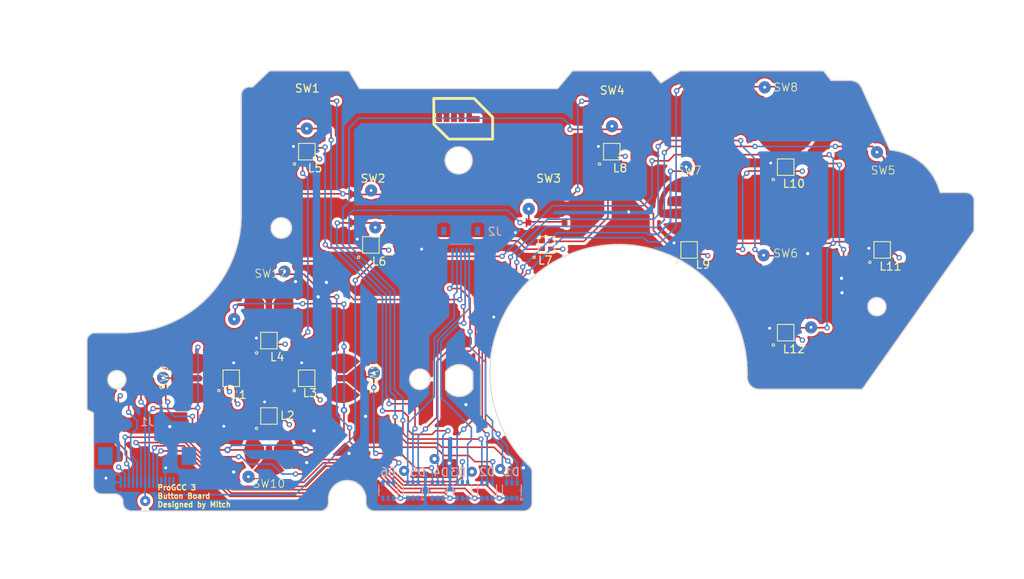
<source format=kicad_pcb>
(kicad_pcb (version 20221018) (generator pcbnew)
  (layers (0 "F.Cu" signal) (1 "In1.Cu" signal) (2 "In2.Cu" signal) (31 "B.Cu" signal) (34 "B.Paste" user) (35 "F.Paste" user) (36 "B.SilkS" user "B.Silkscreen") (37 "F.SilkS" user "F.Silkscreen") (38 "B.Mask" user) (39 "F.Mask" user) (44 "Edge.Cuts" user))
  (net 0 "")
  (net 1 "GND")
  (net 2 "+3V3")
  (net 3 "BUTTON_RGB")
  (net 4 "Push_A")
  (net 5 "Scan_C")
  (net 6 "Push_B")
  (net 7 "Scan_D")
  (net 8 "Scan_B")
  (net 9 "Push_C")
  (net 10 "Push_D")
  (net 11 "Scan_A")
  (net 12 "NFC")
  (net 13 "ZL_Pull")
  (net 14 "L_Pull")
  (net 15 "R_Pull")
  (net 16 "ZR_Pull")
  (net 17 "Plus_Pull")
  (net 18 "X_Pull")
  (net 19 "Home_Pull")
  (net 20 "Y_Pull")
  (net 21 "DU_Pull")
  (net 22 "A_Pull")
  (net 23 "DD_Pull")
  (net 24 "DR_Pull")
  (net 25 "Minus_Pull")
  (net 26 "Capture_Pull")
  (net 27 "B_Pull")
  (net 28 "NC")
  (net 29 "DL_Pull")
  (net 30 "Net-(L1-DOUT)")
  (net 31 "MENU_RGB")
  (net 32 "Net-(L2-DOUT)")
  (net 33 "Net-(L3-DOUT)")
  (net 34 "Net-(L5-DOUT)")
  (net 35 "Net-(L6-DOUT)")
  (net 36 "BPAD_RGB")
  (net 37 "Net-(L10-DIN)")
  (net 38 "Net-(L10-DOUT)")
  (net 39 "Net-(L11-DOUT)")
  (net 40 "Net-(L7-DOUT)")
  (footprint "progcc_v3:TL3315NFxxxQ" (layer "F.Cu") (at 161.748 117.986)
    (fp_text reference "SW4")
    (fp_text value " TL3315NF100Q")
  )
  (footprint "progcc_v3:TL3315NFxxxQ" (layer "F.Cu") (at 132.048 129.486)
    (fp_text reference "SW2")
    (fp_text value " TL3315NF100Q")
  )
  (footprint "progcc_v3:SK6805-EC-15" (layer "F.Cu") (at 132.048 133.986)
    (fp_text reference "L6")
    (fp_text value "SK6805-EC-15" hide)
  )
  (footprint "progcc_v3:TL3315NFxxxQ" (layer "F.Cu") (at 124.148 117.986)
    (fp_text reference "SW1")
    (fp_text value " TL3315NF100Q")
  )
  (footprint "progcc_v3:SK6805-EC-15" (layer "F.Cu") (at 119.478 145.771)
    (fp_text reference "L4")
    (fp_text value "SK6805-EC-15" hide)
  )
  (footprint "progcc_v3:SK6805-EC-15" (layer "F.Cu") (at 119.478 155.071)
    (fp_text reference "L2")
    (fp_text value "SK6805-EC-15" hide)
  )
  (footprint "progcc_v3:SK6805-EC-15" (layer "F.Cu") (at 183.178 144.796)
    (fp_text reference "L12")
    (fp_text value "SK6805-EC-15" hide)
  )
  (footprint "progcc_v3:SK6805-EC-15" (layer "F.Cu") (at 124.148 122.486)
    (fp_text reference "L5")
    (fp_text value "SK6805-EC-15" hide)
  )
  (footprint "progcc_v3:HHL_Logo" (layer "F.Cu") (at 142.748 118.872)
    (fp_text reference "REF**" hide)
    (fp_text value "HHL_Logo")
  )
  (footprint "progcc_v3:SK6805-EC-15" (layer "F.Cu") (at 171.278 134.596)
    (fp_text reference "L9")
    (fp_text value "SK6805-EC-15" hide)
  )
  (footprint "progcc_v3:progcc_dpad" (layer "F.Cu") (at 119.478 159.421 180)
    (fp_text reference "SW10")
    (fp_text value "DPAD")
  )
  (footprint "progcc_v3:SK6805-EC-15" (layer "F.Cu") (at 114.828 150.421)
    (fp_text reference "L1")
    (fp_text value "SK6805-EC-15" hide)
  )
  (footprint "progcc_v3:SK6805-EC-15" (layer "F.Cu") (at 124.128 150.421)
    (fp_text reference "L3")
    (fp_text value "SK6805-EC-15" hide)
  )
  (footprint "progcc_v3:SK6805-EC-15" (layer "F.Cu") (at 195.078 134.596)
    (fp_text reference "L11")
    (fp_text value "SK6805-EC-15" hide)
  )
  (footprint "progcc_v3:SK6805-EC-15" (layer "F.Cu") (at 153.698 133.986)
    (fp_text reference "L7")
    (fp_text value "SK6805-EC-15" hide)
  )
  (footprint "progcc_v3:progcc_bpad" (layer "F.Cu") (at 171.278 129.346)
    (fp_text reference "SW7")
    (fp_text value "BPAD")
  )
  (footprint "progcc_v3:SK6805-EC-15" (layer "F.Cu") (at 183.178 124.396)
    (fp_text reference "L10")
    (fp_text value "SK6805-EC-15" hide)
  )
  (footprint "progcc_v3:progcc_bpad" (layer "F.Cu") (at 195.078 129.346)
    (fp_text reference "SW5")
    (fp_text value "BPAD")
  )
  (footprint "progcc_v3:progcc_bpad" (layer "F.Cu") (at 183.178 139.546)
    (fp_text reference "SW6")
    (fp_text value "BPAD")
  )
  (footprint "progcc_v3:TL3315NFxxxQ" (layer "F.Cu") (at 153.698 129.486)
    (fp_text reference "SW3")
    (fp_text value " TL3315NF100Q")
  )
  (footprint "progcc_v3:SK6805-EC-15" (layer "F.Cu") (at 161.748 122.486)
    (fp_text reference "L8")
    (fp_text value "SK6805-EC-15" hide)
  )
  (footprint "progcc_v3:progcc_dpad" (layer "F.Cu") (at 110.478 150.421 90)
    (fp_text reference "SW9")
    (fp_text value "DPAD")
  )
  (footprint "progcc_v3:progcc_bpad" (layer "F.Cu") (at 183.178 119.146)
    (fp_text reference "SW8")
    (fp_text value "BPAD")
  )
  (footprint "progcc_v3:progcc_dpad" (layer "F.Cu") (at 128.478 150.421 -90)
    (fp_text reference "SW11")
    (fp_text value "DPAD")
  )
  (footprint "progcc_v3:progcc_dpad" (layer "F.Cu") (at 119.478 141.421)
    (fp_text reference "SW12")
    (fp_text value "DPAD")
  )
  (footprint "progcc_v3:SOT-363_SC-70-6" (layer "B.Cu") (at 146.37472 164.259612 90)
    (fp_text reference "D2")
    (fp_text value "BAS16VY,115" hide)
  )
  (footprint "progcc_v3:SOT-363_SC-70-6" (layer "B.Cu") (at 137.23072 164.259612 90)
    (fp_text reference "D5")
    (fp_text value "BAS16VY,115" hide)
  )
  (footprint "progcc_v3:SOT-363_SC-70-6" (layer "B.Cu") (at 140.27872 164.259612 90)
    (fp_text reference "D4")
    (fp_text value "BAS16VY,115" hide)
  )
  (footprint "progcc_v3:molex_5034800540" (layer "B.Cu") (at 143.123 133.296)
    (fp_text reference "J2")
    (fp_text value "bumpers" hide)
  )
  (footprint "progcc_v3:SOT-363_SC-70-6" (layer "B.Cu") (at 134.18272 164.259612 90)
    (fp_text reference "D6")
    (fp_text value "BAS16VY,115" hide)
  )
  (footprint "progcc_v3:SOT-363_SC-70-6" (layer "B.Cu") (at 143.32672 164.259612 90)
    (fp_text reference "D3")
    (fp_text value "BAS16VY,115" hide)
  )
  (footprint "progcc_v3:SOT-363_SC-70-6" (layer "B.Cu") (at 149.42272 164.259612 90)
    (fp_text reference "D1")
    (fp_text value "BAS16VY,115" hide)
  )
  (footprint "progcc_v3:molex_5051101492_14P" (layer "B.Cu") (at 104.46472 160.001644)
    (fp_text reference "J1")
    (fp_text value "To Button Board")
  )
  (gr_circle (center 119.478 150.421) (end 120.748 150.421) (stroke (width 0.2)) (fill solid) (layer "F.Cu"))
  (gr_circle (center 120.998 131.896) (end 122.248 131.896) (stroke (width 0.1)) (fill none) (layer "Edge.Cuts"))
  (gr_circle (center 142.868 123.556) (end 144.518 123.556) (stroke (width 0.1)) (fill none) (layer "Edge.Cuts"))
  (gr_arc (start 151.619219 161.258419) (mid 151.84757 161.588136) (end 151.928 161.981059) (stroke (width 0.1)) (layer "Edge.Cuts"))
  (gr_arc (start 205.428 127.516) (mid 206.135107 127.808893) (end 206.428 128.516) (stroke (width 0.1)) (layer "Edge.Cuts"))
  (gr_line (start 98.828 164.696) (end 100.478 164.696) (stroke (width 0.1)) (layer "Edge.Cuts"))
  (gr_line (start 116.048 115.496) (end 116.048 130.496) (stroke (width 0.1)) (layer "Edge.Cuts"))
  (gr_line (start 97.028 145.796) (end 97.028 154.15385) (stroke (width 0.1)) (layer "Edge.Cuts"))
  (gr_line (start 144.578 151.745231) (end 144.577999 149.666769) (stroke (width 0.1)) (layer "Edge.Cuts"))
  (gr_arc (start 196.048 122.266) (mid 199.986032 123.892745) (end 202.228 127.516) (stroke (width 0.1)) (layer "Edge.Cuts"))
  (gr_line (start 151.928 165.796) (end 151.928 161.981059) (stroke (width 0.1)) (layer "Edge.Cuts"))
  (gr_arc (start 100.478 164.696) (mid 101.185107 164.988893) (end 101.478 165.696) (stroke (width 0.1)) (layer "Edge.Cuts"))
  (gr_circle (center 100.728 150.586) (end 101.828 150.586) (stroke (width 0.1)) (fill none) (layer "Edge.Cuts"))
  (gr_line (start 166.548 112.496) (end 156.898 112.496) (stroke (width 0.1)) (layer "Edge.Cuts"))
  (gr_arc (start 102.478 166.796) (mid 101.770893 166.503107) (end 101.478 165.796) (stroke (width 0.1)) (layer "Edge.Cuts"))
  (gr_arc (start 179.918132 151.795999) (mid 178.857453 151.356672) (end 178.418129 150.296003) (stroke (width 0.1)) (layer "Edge.Cuts"))
  (gr_arc (start 151.928 165.796) (mid 151.635107 166.503107) (end 150.928 166.796) (stroke (width 0.1)) (layer "Edge.Cuts"))
  (gr_arc (start 97.155141 154.359568) (mid 97.06235 154.274768) (end 97.028 154.15385) (stroke (width 0.1)) (layer "Edge.Cuts"))
  (gr_line (start 156.898 112.496) (end 155.048 114.696) (stroke (width 0.1)) (layer "Edge.Cuts"))
  (gr_line (start 97.155141 154.359568) (end 97.700859 154.632432) (stroke (width 0.1)) (layer "Edge.Cuts"))
  (gr_line (start 129.348 112.496) (end 119.548 112.496) (stroke (width 0.1)) (layer "Edge.Cuts"))
  (gr_line (start 117.448 114.496) (end 117.048 114.496) (stroke (width 0.1)) (layer "Edge.Cuts"))
  (gr_line (start 101.528 144.796) (end 98.028 144.796) (stroke (width 0.1)) (layer "Edge.Cuts"))
  (gr_line (start 132.428 166.796) (end 150.928 166.796) (stroke (width 0.1)) (layer "Edge.Cuts"))
  (gr_arc (start 144.577999 151.745231) (mid 142.928 152.655999) (end 141.278001 151.745231) (stroke (width 0.1)) (layer "Edge.Cuts"))
  (gr_arc (start 126.828 165.796) (mid 126.535107 166.503107) (end 125.828 166.796) (stroke (width 0.1)) (layer "Edge.Cuts"))
  (gr_line (start 141.278 149.66677) (end 141.278 151.745231) (stroke (width 0.1)) (layer "Edge.Cuts"))
  (gr_line (start 102.478 166.796) (end 125.828 166.796) (stroke (width 0.1)) (layer "Edge.Cuts"))
  (gr_line (start 126.828 165.796) (end 126.828 165.346) (stroke (width 0.1)) (layer "Edge.Cuts"))
  (gr_arc (start 173.103119 137.956193) (mid 177.132798 143.535074) (end 178.418129 150.296003) (stroke (width 0.1)) (layer "Edge.Cuts"))
  (gr_line (start 205.428 127.516) (end 202.228 127.516) (stroke (width 0.1)) (layer "Edge.Cuts"))
  (gr_circle (center 194.428 141.596) (end 195.528 141.596) (stroke (width 0.1)) (fill none) (layer "Edge.Cuts"))
  (gr_arc (start 97.028 145.796) (mid 97.320893 145.088893) (end 98.028 144.796) (stroke (width 0.1)) (layer "Edge.Cuts"))
  (gr_line (start 97.828 154.83815) (end 97.828 163.696) (stroke (width 0.1)) (layer "Edge.Cuts"))
  (gr_arc (start 141.278 149.66677) (mid 142.927999 148.756) (end 144.577999 149.666768) (stroke (width 0.1)) (layer "Edge.Cuts"))
  (gr_line (start 119.548 112.496) (end 117.448 114.496) (stroke (width 0.1)) (layer "Edge.Cuts"))
  (gr_arc (start 151.619219 161.258419) (mid 150.922 139.060718) (end 173.103119 137.956194) (stroke (width 0.1)) (layer "Edge.Cuts"))
  (gr_arc (start 126.828 165.346) (mid 129.128 163.046) (end 131.428 165.346) (stroke (width 0.1)) (layer "Edge.Cuts"))
  (gr_arc (start 98.828 164.696) (mid 98.120893 164.403107) (end 97.828 163.696) (stroke (width 0.1)) (layer "Edge.Cuts"))
  (gr_arc (start 97.700859 154.632432) (mid 97.79365 154.717232) (end 97.828 154.83815) (stroke (width 0.1)) (layer "Edge.Cuts"))
  (gr_line (start 179.918132 151.796) (end 192.628 151.796) (stroke (width 0.1)) (layer "Edge.Cuts"))
  (gr_line (start 196.048 122.266) (end 192.547868 114.5747) (stroke (width 0.1)) (layer "Edge.Cuts"))
  (gr_line (start 192.628 151.796) (end 206.428 132.246) (stroke (width 0.1)) (layer "Edge.Cuts"))
  (gr_line (start 155.048 114.696) (end 130.648 114.696) (stroke (width 0.1)) (layer "Edge.Cuts"))
  (gr_line (start 206.428 132.246) (end 206.428 128.516) (stroke (width 0.1)) (layer "Edge.Cuts"))
  (gr_arc (start 191.1826 113.696) (mid 191.994402 113.93466) (end 192.547868 114.5747) (stroke (width 0.1)) (layer "Edge.Cuts"))
  (gr_line (start 101.478 165.696) (end 101.478 165.796) (stroke (width 0.1)) (layer "Edge.Cuts"))
  (gr_line (start 131.428 165.346) (end 131.428 165.796) (stroke (width 0.1)) (layer "Edge.Cuts"))
  (gr_line (start 191.1826 113.696) (end 188.798 113.696) (stroke (width 0.1)) (layer "Edge.Cuts"))
  (gr_line (start 188.798 113.696) (end 187.848 112.496) (stroke (width 0.1)) (layer "Edge.Cuts"))
  (gr_arc (start 132.428 166.796) (mid 131.720893 166.503107) (end 131.428 165.796) (stroke (width 0.1)) (layer "Edge.Cuts"))
  (gr_line (start 170.198 112.496) (end 167.798 113.996) (stroke (width 0.1)) (layer "Edge.Cuts"))
  (gr_arc (start 116.048 115.496) (mid 116.340893 114.788893) (end 117.048 114.496) (stroke (width 0.1)) (layer "Edge.Cuts"))
  (gr_circle (center 138.078 150.546) (end 139.328 150.546) (stroke (width 0.1)) (fill none) (layer "Edge.Cuts"))
  (gr_line (start 130.648 114.696) (end 129.348 112.496) (stroke (width 0.1)) (layer "Edge.Cuts"))
  (gr_arc (start 116.048 130.496) (mid 111.717705 140.620778) (end 101.528 144.796) (stroke (width 0.1)) (layer "Edge.Cuts"))
  (gr_line (start 167.798 113.996) (end 166.548 112.496) (stroke (width 0.1)) (layer "Edge.Cuts"))
  (gr_line (start 187.848 112.496) (end 170.198 112.496) (stroke (width 0.1)) (layer "Edge.Cuts"))
  (gr_text "ProGCC 3\nButton Board\nDesigned by Mitch" (at 105.664 166.37) (layer "F.SilkS") (effects (font (size 0.65 0.65)) (justify left bottom)))
  (segment (start 181.229174 144.250066) (end 181.198902 144.250066) (width 0.2) (layer "F.Cu") (net 1))
  (segment (start 193.705518 134.121) (end 194.603 134.121) (width 0.2) (layer "F.Cu") (net 1))
  (segment (start 153.223 133.511) (end 150.91 133.511) (width 0.2) (layer "F.Cu") (net 1))
  (segment (start 193.432979 134.393539) (end 193.705518 134.121) (width 0.2) (layer "F.Cu") (net 1))
  (segment (start 114.353 149.946) (end 114.353 149.291332) (width 0.2) (layer "F.Cu") (net 1))
  (segment (start 122.56772 121.910612) (end 122.49872 121.841612) (width 0.2) (layer "F.Cu") (net 1))
  (segment (start 160.15972 121.910612) (end 160.09072 121.841612) (width 0.2) (layer "F.Cu") (net 1))
  (segment (start 114.353 149.291332) (end 115.13272 148.511612) (width 0.2) (layer "F.Cu") (net 1))
  (segment (start 150.91 133.511) (end 149.86 132.461) (width 0.2) (layer "F.Cu") (net 1))
  (via (at 126.56272 138.605612) (size 0.8) (drill 0.4) (layers "F.Cu" "B.Cu") (net 1))
  (via (at 99.38472 162.735612) (size 0.65) (drill 0.35) (layers "F.Cu" "B.Cu") (net 1))
  (via (at 181.334234 123.893767) (size 0.65) (drill 0.35) (layers "F.Cu" "B.Cu") (net 1))
  (via (at 122.49872 121.841612) (size 0.65) (drill 0.35) (layers "F.Cu" "B.Cu") (net 1))
  (via (at 141.710917 160.887606) (size 0.8) (drill 0.4) (layers "F.Cu" "B.Cu") (net 1))
  (via (at 106.75072 161.465612) (size 0.65) (drill 0.35) (layers "F.Cu" "B.Cu") (net 1))
  (via (at 118.94272 153.337612) (size 0.65) (drill 0.35) (layers "F.Cu" "B.Cu") (net 1))
  (via (at 169.418 133.731) (size 0.65) (drill 0.35) (layers "F.Cu" "B.Cu") (net 1))
  (via (at 107.25872 156.385612) (size 0.8) (drill 0.4) (layers "F.Cu" "B.Cu") (net 1))
  (via (at 124.125528 160.812249) (size 0.8) (drill 0.4) (layers "F.Cu" "B.Cu") (net 1))
  (via (at 115.13272 148.511612) (size 0.65) (drill 0.35) (layers "F.Cu" "B.Cu") (net 1))
  (via (at 125.03872 156.893612) (size 0.8) (drill 0.4) (layers "F.Cu" "B.Cu") (net 1))
  (via (at 185.894937 135.051757) (size 0.8) (drill 0.4) (layers "F.Cu" "B.Cu") (net 1))
  (via (at 190.125683 139.881547) (size 0.8) (drill 0.4) (layers "F.Cu" "B.Cu") (net 1))
  (via (at 190.06272 138.097612) (size 0.8) (drill 0.4) (layers "F.Cu" "B.Cu") (net 1))
  (via (at 113.919 156.337) (size 0.65) (drill 0.35) (layers "F.Cu" "B.Cu") (net 1))
  (via (at 131.38872 155.115612) (size 0.8) (drill 0.4) (layers "F.Cu" "B.Cu") (net 1))
  (via (at 117.92672 145.463612) (size 0.65) (drill 0.35) (layers "F.Cu" "B.Cu") (net 1))
  (via (at 130.37272 133.271612) (size 0.65) (drill 0.35) (layers "F.Cu" "B.Cu") (net 1))
  (via (at 160.09072 121.841612) (size 0.65) (drill 0.35) (layers "F.Cu" "B.Cu") (net 1))
  (via (at 129.35672 159.687612) (size 0.8) (drill 0.4) (layers "F.Cu" "B.Cu") (net 1))
  (via (at 115.13272 161.973612) (size 0.8) (drill 0.4) (layers "F.Cu" "B.Cu") (net 1))
  (via (at 149.86 132.461) (size 0.65) (drill 0.35) (layers "F.Cu" "B.Cu") (net 1))
  (via (at 150.842087 161.464691) (size 0.8) (drill 0.4) (layers "F.Cu" "B.Cu") (net 1))
  (via (at 181.198902 144.250066) (size 0.65) (drill 0.35) (layers "F.Cu" "B.Cu") (net 1))
  (via (at 147.193 142.875) (size 0.65) (drill 0.35) (layers "F.Cu" "B.Cu") (net 1))
  (via (at 123.51472 148.511612) (size 0.65) (drill 0.35) (layers "F.Cu" "B.Cu") (net 1))
  (via (at 163.83 129.921) (size 0.65) (drill 0.35) (layers "F.Cu" "B.Cu") (net 1))
  (via (at 125.54672 140.383612) (size 0.8) (drill 0.4) (layers "F.Cu" "B.Cu") (net 1))
  (via (at 143.764 153.67) (size 0.8) (drill 0.4) (layers "F.Cu" "B.Cu") (net 1))
  (via (at 193.432979 134.393539) (size 0.65) (drill 0.35) (layers "F.Cu" "B.Cu") (net 1))
  (via (at 122.755581 138.50328) (size 0.8) (drill 0.4) (layers "F.Cu" "B.Cu") (net 1))
  (via (at 138.303 134.493) (size 0.65) (drill 0.35) (layers "F.Cu" "B.Cu") (net 1))
  (segment (start 106.71472 161.501612) (end 106.75072 161.465612) (width 0.2) (layer "B.Cu") (net 1))
  (segment (start 100.90872 162.227612) (end 99.89272 162.227612) (width 0.2) (layer "B.Cu") (net 1))
  (segment (start 101.21472 163.251644) (end 101.21472 162.533612) (width 0.2) (layer "B.Cu") (net 1))
  (segment (start 106.71472 163.251644) (end 106.71472 161.501612) (width 0.2) (layer "B.Cu") (net 1))
  (segment (start 99.89272 162.227612) (end 99.38472 162.735612) (width 0.2) (layer "B.Cu") (net 1))
  (segment (start 101.21472 162.533612) (end 100.90872 162.227612) (width 0.2) (layer "B.Cu") (net 1))
  (segment (start 124.603 151.885892) (end 125.80072 153.083612) (width 0.2) (layer "F.Cu") (net 2))
  (segment (start 155.693975 134.493) (end 154.379108 134.493) (width 0.2) (layer "F.Cu") (net 2))
  (segment (start 134.08 134.461) (end 132.547108 134.461) (width 0.2) (layer "F.Cu") (net 2))
  (segment (start 183.67 145.288) (end 184.807108 145.288) (width 0.2) (layer "F.Cu") (net 2))
  (segment (start 125.267175 122.936) (end 125.726872 123.395697) (width 0.2) (layer "F.Cu") (net 2))
  (segment (start 124.623 122.961) (end 124.648 122.936) (width 0.2) (layer "F.Cu") (net 2))
  (segment (start 183.671612 124.889612) (end 185.23672 124.889612) (width 0.2) (layer "F.Cu") (net 2))
  (segment (start 115.303 153.253892) (end 115.64072 153.591612) (width 0.2) (layer "F.Cu") (net 2))
  (segment (start 173.579679 135.300648) (end 173.407031 135.128) (width 0.2) (layer "F.Cu") (net 2))
  (segment (start 119.953 146.246) (end 121.462332 146.246) (width 0.2) (layer "F.Cu") (net 2))
  (segment (start 154.379108 134.493) (end 154.24672 134.360612) (width 0.2) (layer "F.Cu") (net 2))
  (segment (start 124.648 122.936) (end 125.267175 122.936) (width 0.2) (layer "F.Cu") (net 2))
  (segment (start 115.303 150.896) (end 115.303 153.253892) (width 0.2) (layer "F.Cu") (net 2))
  (segment (start 195.553 135.071) (end 196.688108 135.071) (width 0.2) (layer "F.Cu") (net 2))
  (segment (start 119.953 155.546) (end 121.405108 155.546) (width 0.2) (layer "F.Cu") (net 2))
  (segment (start 184.807108 145.288) (end 185.23672 145.717612) (width 0.2) (layer "F.Cu") (net 2))
  (segment (start 171.81 135.128) (end 171.753 135.071) (width 0.2) (layer "F.Cu") (net 2))
  (segment (start 134.239 134.62) (end 134.08 134.461) (width 0.2) (layer "F.Cu") (net 2))
  (segment (start 121.462332 146.246) (end 121.48272 146.225612) (width 0.2) (layer "F.Cu") (net 2))
  (segment (start 163.39272 123.063) (end 163.29072 122.961) (width 0.2) (layer "F.Cu") (net 2))
  (segment (start 183.653 145.271) (end 183.67 145.288) (width 0.2) (layer "F.Cu") (net 2))
  (segment (start 183.653 124.871) (end 183.671612 124.889612) (width 0.2) (layer "F.Cu") (net 2))
  (segment (start 124.603 150.978472) (end 124.603 151.885892) (width 0.2) (layer "F.Cu") (net 2))
  (segment (start 196.688108 135.071) (end 197.17472 135.557612) (width 0.2) (layer "F.Cu") (net 2))
  (segment (start 163.29072 122.961) (end 162.223 122.961) (width 0.2) (layer "F.Cu") (net 2))
  (segment (start 121.405108 155.546) (end 121.99072 156.131612) (width 0.2) (layer "F.Cu") (net 2))
  (segment (start 173.407031 135.128) (end 171.81 135.128) (width 0.2) (layer "F.Cu") (net 2))
  (via (at 100.946952 161.373173) (size 0.65) (drill 0.35) (layers "F.Cu" "B.Cu") (net 2))
  (via (at 115.64072 153.591612) (size 0.65) (drill 0.35) (layers "F.Cu" "B.Cu") (net 2))
  (via (at 121.99072 156.131612) (size 0.65) (drill 0.35) (layers "F.Cu" "B.Cu") (net 2))
  (via (at 185.23672 145.717612) (size 0.65) (drill 0.35) (layers "F.Cu" "B.Cu") (net 2))
  (via (at 125.80072 153.083612) (size 0.65) (drill 0.35) (layers "F.Cu" "B.Cu") (net 2))
  (via (at 125.726872 123.395697) (size 0.65) (drill 0.35) (layers "F.Cu" "B.Cu") (net 2))
  (via (at 155.693975 134.493) (size 0.65) (drill 0.35) (layers "F.Cu" "B.Cu") (net 2))
  (via (at 173.579679 135.300648) (size 0.65) (drill 0.35) (layers "F.Cu" "B.Cu") (net 2))
  (via (at 163.39272 123.063) (size 0.65) (drill 0.35) (layers "F.Cu" "B.Cu") (net 2))
  (via (at 197.17472 135.557612) (size 0.65) (drill 0.35) (layers "F.Cu" "B.Cu") (net 2))
  (via (at 121.48272 146.225612) (size 0.65) (drill 0.35) (layers "F.Cu" "B.Cu") (net 2))
  (via (at 185.23672 124.889612) (size 0.65) (drill 0.35) (layers "F.Cu" "B.Cu") (net 2))
  (via (at 134.239 134.62) (size 0.65) (drill 0.35) (layers "F.Cu" "B.Cu") (net 2))
  (segment (start 101.71472 162.140941) (end 100.946952 161.373173) (width 0.2) (layer "B.Cu") (net 2))
  (segment (start 101.71472 163.251644) (end 101.71472 162.140941) (width 0.2) (layer "B.Cu") (net 2))
  (segment (start 100.90872 152.829612) (end 101.16272 152.575612) (width 0.2) (layer "F.Cu") (net 3))
  (segment (start 100.90872 158.417612) (end 100.90872 152.829612) (width 0.2) (layer "F.Cu") (net 3))
  (segment (start 114.62472 152.067612) (end 114.353 151.795892) (width 0.2) (layer "F.Cu") (net 3))
  (segment (start 101.92472 160.957612) (end 101.92472 159.433612) (width 0.2) (layer "F.Cu") (net 3))
  (segment (start 101.92472 159.433612) (end 100.90872 158.417612) (width 0.2) (layer "F.Cu") (net 3))
  (segment (start 114.353 151.795892) (end 114.353 150.896) (width 0.2) (layer "F.Cu") (net 3))
  (via (at 101.92472 160.957612) (size 0.65) (drill 0.35) (layers "F.Cu" "B.Cu") (net 3))
  (via (at 114.62472 152.067612) (size 0.65) (drill 0.35) (layers "F.Cu" "B.Cu") (net 3))
  (via (at 101.16272 152.575612) (size 0.65) (drill 0.35) (layers "F.Cu" "B.Cu") (net 3))
  (segment (start 102.21472 163.251644) (end 102.21472 161.247612) (width 0.2) (layer "B.Cu") (net 3))
  (segment (start 102.21472 161.247612) (end 101.92472 160.957612) (width 0.2) (layer "B.Cu") (net 3))
  (segment (start 146.269509 163.580401) (end 147.89872 165.209612) (width 0.2) (layer "F.Cu") (net 4))
  (segment (start 115.13272 163.751612) (end 124.02272 163.751612) (width 0.2) (layer "F.Cu") (net 4))
  (segment (start 109.067357 157.686249) (end 115.13272 163.751612) (width 0.2) (layer "F.Cu") (net 4))
  (segment (start 124.02272 163.751612) (end 126.519259 161.255073) (width 0.2) (layer "F.Cu") (net 4))
  (segment (start 126.519259 161.255073) (end 133.646082 161.255073) (width 0.2) (layer "F.Cu") (net 4))
  (segment (start 101.747324 157.686249) (end 109.067357 157.686249) (width 0.2) (layer "F.Cu") (net 4))
  (segment (start 135.97141 163.580401) (end 146.269509 163.580401) (width 0.2) (layer "F.Cu") (net 4))
  (segment (start 133.646082 161.255073) (end 135.97141 163.580401) (width 0.2) (layer "F.Cu") (net 4))
  (via (at 147.89872 165.209612) (size 0.65) (drill 0.35) (layers "F.Cu" "B.Cu") (net 4))
  (via (at 101.747324 157.686249) (size 0.65) (drill 0.35) (layers "F.Cu" "B.Cu") (net 4))
  (segment (start 147.02472 165.209612) (end 148.77272 165.209612) (width 0.2) (layer "B.Cu") (net 4))
  (segment (start 150.07272 165.209612) (end 149.42272 165.209612) (width 0.2) (layer "B.Cu") (net 4))
  (segment (start 102.149877 160.224455) (end 101.747324 159.821902) (width 0.2) (layer "B.Cu") (net 4))
  (segment (start 102.71472 160.789298) (end 102.149877 160.224455) (width 0.2) (layer "B.Cu") (net 4))
  (segment (start 149.42272 165.209612) (end 148.77272 165.209612) (width 0.2) (layer "B.Cu") (net 4))
  (segment (start 101.747324 159.821902) (end 101.747324 157.686249) (width 0.2) (layer "B.Cu") (net 4))
  (segment (start 102.71472 163.251644) (end 102.71472 160.789298) (width 0.2) (layer "B.Cu") (net 4))
  (segment (start 120.97472 127.683612) (end 118.68872 129.969612) (width 0.2) (layer "F.Cu") (net 5))
  (segment (start 116.345034 137.781966) (end 102.17872 151.94828) (width 0.2) (layer "F.Cu") (net 5))
  (segment (start 116.345034 136.266456) (end 116.345034 137.781966) (width 0.2) (layer "F.Cu") (net 5))
  (segment (start 118.68872 133.92277) (end 116.345034 136.266456) (width 0.2) (layer "F.Cu") (net 5))
  (segment (start 129.770612 127.683612) (end 129.849 127.762) (width 0.2) (layer "F.Cu") (net 5))
  (segment (start 121.947108 116.236) (end 127.815108 116.236) (width 0.2) (layer "F.Cu") (net 5))
  (segment (start 102.17872 151.94828) (end 102.17872 154.607612) (width 0.2) (layer "F.Cu") (net 5))
  (segment (start 127.815108 116.236) (end 127.83272 116.253612) (width 0.2) (layer "F.Cu") (net 5))
  (segment (start 128.59472 127.683612) (end 120.97472 127.683612) (width 0.2) (layer "F.Cu") (net 5))
  (segment (start 158.05872 116.253612) (end 163.955388 116.253612) (width 0.2) (layer "F.Cu") (net 5))
  (segment (start 129.849 127.762) (end 156.964332 127.762) (width 0.2) (layer "F.Cu") (net 5))
  (segment (start 163.955388 116.253612) (end 163.973 116.236) (width 0.2) (layer "F.Cu") (net 5))
  (segment (start 128.59472 127.683612) (end 129.770612 127.683612) (width 0.2) (layer "F.Cu") (net 5))
  (segment (start 118.68872 129.969612) (end 118.68872 133.92277) (width 0.2) (layer "F.Cu") (net 5))
  (segment (start 156.964332 127.762) (end 157.55072 127.175612) (width 0.2) (layer "F.Cu") (net 5))
  (via (at 102.17872 154.607612) (size 0.65) (drill 0.35) (layers "F.Cu" "B.Cu") (net 5))
  (via (at 158.05872 116.253612) (size 0.65) (drill 0.35) (layers "F.Cu" "B.Cu") (net 5))
  (via (at 157.55072 127.175612) (size 0.65) (drill 0.35) (layers "F.Cu" "B.Cu") (net 5))
  (via (at 127.83272 116.253612) (size 0.65) (drill 0.35) (layers "F.Cu" "B.Cu") (net 5))
  (via (at 132.070667 127.270703) (size 1.5) (drill 0.35) (layers "F.Cu" "B.Cu") (net 5))
  (via (at 128.59472 127.683612) (size 0.65) (drill 0.35) (layers "F.Cu" "B.Cu") (net 5))
  (segment (start 157.55072 127.175612) (end 157.55072 116.761612) (width 0.2) (layer "B.Cu") (net 5))
  (segment (start 102.43272 157.401612) (end 102.43272 159.941612) (width 0.2) (layer "B.Cu") (net 5))
  (segment (start 127.83272 116.253612) (end 127.83272 126.921612) (width 0.2) (layer "B.Cu") (net 5))
  (segment (start 102.17872 154.607612) (end 103.21472 155.643612) (width 0.2) (layer "B.Cu") (net 5))
  (segment (start 127.83272 126.921612) (end 128.59472 127.683612) (width 0.2) (layer "B.Cu") (net 5))
  (segment (start 102.43272 159.941612) (end 103.21472 160.723612) (width 0.2) (layer "B.Cu") (net 5))
  (segment (start 103.21472 155.643612) (end 103.21472 156.619612) (width 0.2) (layer "B.Cu") (net 5))
  (segment (start 103.21472 156.619612) (end 102.43272 157.401612) (width 0.2) (layer "B.Cu") (net 5))
  (segment (start 157.55072 116.761612) (end 158.05872 116.253612) (width 0.2) (layer "B.Cu") (net 5))
  (segment (start 103.21472 160.723612) (end 103.21472 163.251644) (width 0.2) (layer "B.Cu") (net 5))
  (segment (start 103.080657 158.34883) (end 109.164252 158.34883) (width 0.2) (layer "F.Cu") (net 6))
  (segment (start 109.164252 158.34883) (end 114.970166 164.154744) (width 0.2) (layer "F.Cu") (net 6))
  (segment (start 135.830935 164.005612) (end 143.64672 164.005612) (width 0.2) (layer "F.Cu") (net 6))
  (segment (start 126.670237 161.669781) (end 133.495104 161.669781) (width 0.2) (layer "F.Cu") (net 6))
  (segment (start 133.495104 161.669781) (end 135.830935 164.005612) (width 0.2) (layer "F.Cu") (net 6))
  (segment (start 114.970166 164.154744) (end 124.185274 164.154744) (width 0.2) (layer "F.Cu") (net 6))
  (segment (start 143.64672 164.005612) (end 144.85072 165.209612) (width 0.2) (layer "F.Cu") (net 6))
  (segment (start 124.185274 164.154744) (end 126.670237 161.669781) (width 0.2) (layer "F.Cu") (net 6))
  (via (at 103.080657 158.34883) (size 0.65) (drill 0.35) (layers "F.Cu" "B.Cu") (net 6))
  (via (at 144.85072 165.209612) (size 0.65) (drill 0.35) (layers "F.Cu" "B.Cu") (net 6))
  (segment (start 146.37472 165.209612) (end 145.72472 165.209612) (width 0.2) (layer "B.Cu") (net 6))
  (segment (start 143.97672 165.209612) (end 143.32672 165.209612) (width 0.2) (layer "B.Cu") (net 6))
  (segment (start 103.71472 158.982893) (end 103.080657 158.34883) (width 0.2) (layer "B.Cu") (net 6))
  (segment (start 103.71472 163.251644) (end 103.71472 158.982893) (width 0.2) (layer "B.Cu") (net 6))
  (segment (start 145.72472 165.209612) (end 143.97672 165.209612) (width 0.2) (layer "B.Cu") (net 6))
  (segment (start 125.207975 135.980867) (end 118.781133 135.980867) (width 0.2) (layer "F.Cu") (net 7))
  (segment (start 143.00905 140.716947) (end 129.944055 140.716947) (width 0.2) (layer "F.Cu") (net 7))
  (segment (start 129.944055 140.716947) (end 125.207975 135.980867) (width 0.2) (layer "F.Cu") (net 7))
  (segment (start 118.781133 135.980867) (end 103.70272 151.05928) (width 0.2) (layer "F.Cu") (net 7))
  (segment (start 103.70272 151.05928) (end 103.70272 153.337612) (width 0.2) (layer "F.Cu") (net 7))
  (via (at 103.70272 153.337612) (size 0.65) (drill 0.35) (layers "F.Cu" "B.Cu") (net 7))
  (via (at 104.227219 165.552532) (size 1.25) (drill 0.5) (layers "F.Cu" "B.Cu") (net 7))
  (via (at 143.00905 140.716947) (size 0.65) (drill 0.35) (layers "F.Cu" "B.Cu") (net 7))
  (segment (start 143.16162 134.93462) (end 143.16162 140.564377) (width 0.2) (layer "B.Cu") (net 7))
  (segment (start 103.70272 153.337612) (end 104.21472 153.849612) (width 0.2) (layer "B.Cu") (net 7))
  (segment (start 104.21472 165.42872) (end 104.267 165.481) (width 0.2) (layer "B.Cu") (net 7))
  (segment (start 143.16162 140.564377) (end 143.00905 140.716947) (width 0.2) (layer "B.Cu") (net 7))
  (segment (start 143.123 134.896) (end 143.16162 134.93462) (width 0.2) (layer "B.Cu") (net 7))
  (segment (start 104.21472 163.251644) (end 104.21472 165.42872) (width 0.2) (layer "B.Cu") (net 7))
  (segment (start 104.21472 153.849612) (end 104.21472 163.251644) (width 0.2) (layer "B.Cu") (net 7))
  (segment (start 110.706298 152.782898) (end 110.478 152.5546) (width 0.2) (layer "F.Cu") (net 8))
  (segment (start 113.050002 159.253572) (end 110.706298 156.909868) (width 0.2) (layer "F.Cu") (net 8))
  (segment (start 110.49 146.834824) (end 110.49 148.2754) (width 0.2) (layer "F.Cu") (net 8))
  (segment (start 110.706298 154.06564) (end 110.706298 152.782898) (width 0.2) (layer "F.Cu") (net 8))
  (segment (start 128.7279 157.806787) (end 127.281115 159.253572) (width 0.2) (layer "F.Cu") (net 8))
  (segment (start 115.316 141.605) (end 115.316 143.002) (width 0.2) (layer "F.Cu") (net 8))
  (segment (start 115.316 143.002) (end 115.189 143.129) (width 0.2) (layer "F.Cu") (net 8))
  (segment (start 128.736649 148.111223) (end 128.7279 148.119972) (width 0.2) (layer "F.Cu") (net 8))
  (segment (start 128.7279 154.353612) (end 128.7279 152.387172) (width 0.2) (layer "F.Cu") (net 8))
  (segment (start 123.638935 141.228354) (end 121.804246 141.228354) (width 0.2) (layer "F.Cu") (net 8))
  (segment (start 121.804246 141.228354) (end 121.6116 141.421) (width 0.2) (layer "F.Cu") (net 8))
  (segment (start 114.37072 159.253572) (end 113.050002 159.253572) (width 0.2) (layer "F.Cu") (net 8))
  (segment (start 128.7279 154.353612) (end 128.7279 157.806787) (width 0.2) (layer "F.Cu") (net 8))
  (segment (start 127.281115 159.253572) (end 124.02272 159.253572) (width 0.2) (layer "F.Cu") (net 8))
  (segment (start 117.5843 159.253572) (end 114.37072 159.253572) (width 0.2) (layer "F.Cu") (net 8))
  (segment (start 110.706298 154.06564) (end 110.618275 154.153663) (width 0.2) (layer "F.Cu") (net 8))
  (segment (start 121.8515 159.253572) (end 124.02272 159.253572) (width 0.2) (layer "F.Cu") (net 8))
  (segment (start 110.618275 154.153663) (end 105.199223 154.153663) (width 0.2) (layer "F.Cu") (net 8))
  (segment (start 115.316 141.605) (end 115.5 141.421) (width 0.2) (layer "F.Cu") (net 8))
  (segment (start 110.706298 156.909868) (end 110.706298 154.06564) (width 0.2) (layer "F.Cu") (net 8))
  (segment (start 115.5 141.421) (end 117.3444 141.421) (width 0.2) (layer "F.Cu") (net 8))
  (segment (start 123.638935 141.228354) (end 128.675372 141.228354) (width 0.2) (layer "F.Cu") (net 8))
  (segment (start 128.736649 146.5247) (end 128.736649 148.111223) (width 0.2) (layer "F.Cu") (net 8))
  (segment (start 110.49 148.2754) (end 110.478 148.2874) (width 0.2) (layer "F.Cu") (net 8))
  (segment (start 128.675372 141.228354) (end 128.714653 141.267635) (width 0.2) (layer "F.Cu") (net 8))
  (segment (start 110.7279 146.596924) (end 110.49 146.834824) (width 0.2) (layer "F.Cu") (net 8))
  (via (at 128.7279 154.353612) (size 0.8) (drill 0.4) (layers "F.Cu" "B.Cu") (net 8))
  (via (at 105.199223 154.153663) (size 0.65) (drill 0.35) (layers "F.Cu" "B.Cu") (net 8))
  (via (at 110.7279 146.596924) (size 0.65) (drill 0.35) (layers "F.Cu" "B.Cu") (net 8))
  (via (at 115.316 141.605) (size 0.65) (drill 0.35) (layers "F.Cu" "B.Cu") (net 8))
  (via (at 128.736649 146.5247) (size 0.65) (drill 0.35) (layers "F.Cu" "B.Cu") (net 8))
  (via (at 115.189 143.129) (size 1.5) (drill 0.35) (layers "F.Cu" "B.Cu") (net 8))
  (via (at 124.02272 159.253572) (size 0.8) (drill 0.4) (layers "F.Cu" "B.Cu") (net 8))
  (via (at 123.638935 141.228354) (size 0.65) (drill 0.35) (layers "F.Cu" "B.Cu") (net 8))
  (via (at 128.714653 141.267635) (size 0.65) (drill 0.35) (layers "F.Cu" "B.Cu") (net 8))
  (via (at 114.37072 159.253572) (size 0.8) (drill 0.4) (layers "F.Cu" "B.Cu") (net 8))
  (via (at 110.706298 154.06564) (size 0.65) (drill 0.35) (layers "F.Cu" "B.Cu") (net 8))
  (segment (start 115.692646 141.228354) (end 123.638935 141.228354) (width 0.2) (layer "B.Cu") (net 8))
  (segment (start 128.714653 141.267635) (end 128.714653 146.502704) (width 0.2) (layer "B.Cu") (net 8))
  (segment (start 104.71472 154.638166) (end 104.71472 163.251644) (width 0.2) (layer "B.Cu") (net 8))
  (segment (start 110.7279 154.044038) (end 110.706298 154.06564) (width 0.2) (layer "B.Cu") (net 8))
  (segment (start 128.714653 146.502704) (end 128.736649 146.5247) (width 0.2) (layer "B.Cu") (net 8))
  (segment (start 123.44076 158.671612) (end 114.95268 158.671612) (width 0.2) (layer "B.Cu") (net 8))
  (segment (start 110.7279 146.596924) (end 110.7279 154.044038) (width 0.2) (layer "B.Cu") (net 8))
  (segment (start 114.95268 158.671612) (end 114.37072 159.253572) (width 0.2) (layer "B.Cu") (net 8))
  (segment (start 105.199223 154.153663) (end 104.71472 154.638166) (width 0.2) (layer "B.Cu") (net 8))
  (segment (start 124.02272 159.253572) (end 123.44076 158.671612) (width 0.2) (layer "B.Cu") (net 8))
  (segment (start 128.736649 154.344863) (end 128.7279 154.353612) (width 0.2) (layer "B.Cu") (net 8))
  (segment (start 128.736649 146.5247) (end 128.736649 154.344863) (width 0.2) (layer "B.Cu") (net 8))
  (segment (start 115.316 141.605) (end 115.692646 141.228354) (width 0.2) (layer "B.Cu") (net 8))
  (segment (start 114.819188 164.569452) (end 114.313034 164.063298) (width 0.2) (layer "F.Cu") (net 9))
  (segment (start 135.764406 164.513612) (end 134.973563 163.722769) (width 0.2) (layer "F.Cu") (net 9))
  (segment (start 126.824092 162.081612) (end 126.184259 162.721445) (width 0.2) (layer "F.Cu") (net 9))
  (segment (start 141.10672 164.513612) (end 136.72272 164.513612) (width 0.2) (layer "F.Cu") (net 9))
  (segment (start 124.336252 164.569452) (end 123.411232 164.569452) (width 0.2) (layer "F.Cu") (net 9))
  (segment (start 136.72272 164.513612) (end 135.764406 164.513612) (width 0.2) (layer "F.Cu") (net 9))
  (segment (start 126.184259 162.721445) (end 124.336252 164.569452) (width 0.2) (layer "F.Cu") (net 9))
  (segment (start 106.24272 158.74883) (end 105.584616 158.74883) (width 0.2) (layer "F.Cu") (net 9))
  (segment (start 108.998566 158.74883) (end 106.24272 158.74883) (width 0.2) (layer "F.Cu") (net 9))
  (segment (start 105.584616 158.74883) (end 105.357449 158.975997) (width 0.2) (layer "F.Cu") (net 9))
  (segment (start 123.411232 164.569452) (end 114.819188 164.569452) (width 0.2) (layer "F.Cu") (net 9))
  (segment (start 141.80272 165.209612) (end 141.10672 164.513612) (width 0.2) (layer "F.Cu") (net 9))
  (segment (start 131.732594 162.081612) (end 128.041776 162.081612) (width 0.2) (layer "F.Cu") (net 9))
  (segment (start 134.973563 163.722769) (end 133.332406 162.081612) (width 0.2) (layer "F.Cu") (net 9))
  (segment (start 133.332406 162.081612) (end 131.732594 162.081612) (width 0.2) (layer "F.Cu") (net 9))
  (segment (start 128.041776 162.081612) (end 126.824092 162.081612) (width 0.2) (layer "F.Cu") (net 9))
  (segment (start 114.313034 164.063298) (end 108.998566 158.74883) (width 0.2) (layer "F.Cu") (net 9))
  (via (at 105.357449 158.975997) (size 0.65) (drill 0.35) (layers "F.Cu" "B.Cu") (net 9))
  (via (at 141.80272 165.209612) (size 0.65) (drill 0.35) (layers "F.Cu" "B.Cu") (net 9))
  (segment (start 105.21472 159.118726) (end 105.21472 163.251644) (width 0.2) (layer "B.Cu") (net 9))
  (segment (start 140.27872 165.209612) (end 139.62872 165.209612) (width 0.2) (layer "B.Cu") (net 9))
  (segment (start 140.92872 165.209612) (end 140.27872 165.209612) (width 0.2) (layer "B.Cu") (net 9))
  (segment (start 105.357449 158.975997) (end 105.21472 159.118726) (width 0.2) (layer "B.Cu") (net 9))
  (segment (start 142.67672 165.209612) (end 140.92872 165.209612) (width 0.2) (layer "B.Cu") (net 9))
  (segment (start 126.989778 162.481612) (end 133.16672 162.481612) (width 0.2) (layer "F.Cu") (net 10))
  (segment (start 109.064881 159.380831) (end 114.656978 164.972928) (width 0.2) (layer "F.Cu") (net 10))
  (segment (start 133.16672 162.481612) (end 135.70672 165.021612) (width 0.2) (layer "F.Cu") (net 10))
  (segment (start 135.70672 165.021612) (end 135.70672 165.209612) (width 0.2) (layer "F.Cu") (net 10))
  (segment (start 124.498462 164.972928) (end 126.989778 162.481612) (width 0.2) (layer "F.Cu") (net 10))
  (segment (start 106.157243 159.380831) (end 109.064881 159.380831) (width 0.2) (layer "F.Cu") (net 10))
  (segment (start 114.656978 164.972928) (end 124.498462 164.972928) (width 0.2) (layer "F.Cu") (net 10))
  (via (at 135.70672 165.209612) (size 0.65) (drill 0.35) (layers "F.Cu" "B.Cu") (net 10))
  (via (at 106.157243 159.380831) (size 0.65) (drill 0.35) (layers "F.Cu" "B.Cu") (net 10))
  (segment (start 134.83272 165.209612) (end 136.58072 165.209612) (width 0.2) (layer "B.Cu") (net 10))
  (segment (start 137.23072 165.209612) (end 136.58072 165.209612) (width 0.2) (layer "B.Cu") (net 10))
  (segment (start 137.88072 165.209612) (end 137.23072 165.209612) (width 0.2) (layer "B.Cu") (net 10))
  (segment (start 105.71472 163.251644) (end 105.71472 159.823354) (width 0.2) (layer "B.Cu") (net 10))
  (segment (start 105.71472 159.823354) (end 106.157243 159.380831) (width 0.2) (layer "B.Cu") (net 10))
  (segment (start 184.25397 123.01597) (end 183.178 121.94) (width 0.2) (layer "F.Cu") (net 11))
  (segment (start 148.228722 135.386049) (end 133.084283 135.386049) (width 0.2) (layer "F.Cu") (net 11))
  (segment (start 173.80672 133.779612) (end 189.04672 133.779612) (width 0.2) (layer "F.Cu") (net 11))
  (segment (start 171.44204 132.491512) (end 172.51862 132.491512) (width 0.2) (layer "F.Cu") (net 11))
  (segment (start 169.48872 122.857612) (end 168.72672 123.619612) (width 0.2) (layer "F.Cu") (net 11))
  (segment (start 188.380362 123.01597) (end 184.25397 123.01597) (width 0.2) (layer "F.Cu") (net 11))
  (segment (start 183.178 142.34) (end 185.031612 144.193612) (width 0.2) (layer "F.Cu") (net 11))
  (segment (start 188.53872 122.857612) (end 188.380362 123.01597) (width 0.2) (layer "F.Cu") (net 11))
  (segment (start 189.04672 133.779612) (end 189.241047 133.585285) (width 0.2) (layer "F.Cu") (net 11))
  (segment (start 182.260388 122.857612) (end 169.48872 122.857612) (width 0.2) (layer "F.Cu") (net 11))
  (segment (start 172.51862 132.491512) (end 173.80672 133.779612) (width 0.2) (layer "F.Cu") (net 11))
  (segment (start 168.72672 123.619612) (end 166.69472 123.619612) (width 0.2) (layer "F.Cu") (net 11))
  (segment (start 133.084283 135.386049) (end 130.11872 138.351612) (width 0.2) (layer "F.Cu") (net 11))
  (segment (start 189.241047 133.585285) (end 193.632715 133.585285) (width 0.2) (layer "F.Cu") (net 11))
  (segment (start 183.178 121.94) (end 182.260388 122.857612) (width 0.2) (layer "F.Cu") (net 11))
  (segment (start 193.632715 133.585285) (end 195.078 132.14) (width 0.2) (layer "F.Cu") (net 11))
  (segment (start 185.031612 144.193612) (end 188.28472 144.193612) (width 0.2) (layer "F.Cu") (net 11))
  (via (at 186.309 144.145) (size 1.5) (drill 0.35) (layers "F.Cu" "B.Cu") (net 11))
  (via (at 188.28472 144.193612) (size 0.65) (drill 0.35) (layers "F.Cu" "B.Cu") (net 11))
  (via (at 148.228722 135.386049) (size 0.65) (drill 0.35) (layers "F.Cu" "B.Cu") (net 11))
  (via (at 188.53872 122.857612) (size 0.65) (drill 0.35) (layers "F.Cu" "B.Cu") (net 11))
  (via (at 130.11872 138.351612) (size 0.65) (drill 0.35) (layers "F.Cu" "B.Cu") (net 11))
  (via (at 189.04672 133.779612) (size 0.65) (drill 0.35) (layers "F.Cu" "B.Cu") (net 11))
  (via (at 166.69472 123.619612) (size 0.65) (drill 0.35) (layers "F.Cu" "B.Cu") (net 11))
  (segment (start 106.21472 164.231612) (end 106.21472 163.251644) (width 0.2) (layer "B.Cu") (net 11))
  (segment (start 166.69472 123.619612) (end 166.69472 128.07228) (width 0.2) (layer "B.Cu") (net 11))
  (segment (start 122.75272 164.767612) (end 106.75072 164.767612) (width 0.2) (layer "B.Cu") (net 11))
  (segment (start 130.11872 138.351612) (end 130.11872 157.401612) (width 0.2) (layer "B.Cu") (net 11))
  (segment (start 189.04672 123.365612) (end 188.53872 122.857612) (width 0.2) (layer "B.Cu") (net 11))
  (segment (start 154.455771 129.159) (end 148.228722 135.386049) (width 0.2) (layer "B.Cu") (net 11))
  (segment (start 130.11872 157.401612) (end 122.75272 164.767612) (width 0.2) (layer "B.Cu") (net 11))
  (segment (start 166.69472 128.07228) (end 165.608 129.159) (width 0.2) (layer "B.Cu") (net 11))
  (segment (start 106.75072 164.767612) (end 106.21472 164.231612) (width 0.2) (layer "B.Cu") (net 11))
  (segment (start 189.04672 133.779612) (end 189.04672 123.365612) (width 0.2) (layer "B.Cu") (net 11))
  (segment (start 188.28472 134.541612) (end 189.04672 133.779612) (width 0.2) (layer "B.Cu") (net 11))
  (segment (start 188.28472 144.193612) (end 188.28472 134.541612) (width 0.2) (layer "B.Cu") (net 11))
  (segment (start 165.608 129.159) (end 154.455771 129.159) (width 0.2) (layer "B.Cu") (net 11))
  (segment (start 141.753211 139.354258) (end 143.037258 139.354258) (width 0.2) (layer "F.Cu") (net 13))
  (segment (start 144.272 140.589) (end 144.272 144.653) (width 0.2) (layer "F.Cu") (net 13))
  (segment (start 143.037258 139.354258) (end 144.018 140.335) (width 0.2) (layer "F.Cu") (net 13))
  (segment (start 144.018 140.335) (end 144.272 140.589) (width 0.2) (layer "F.Cu") (net 13))
  (via (at 147.987385 161.597812) (size 1.25) (drill 0.5) (layers "F.Cu" "B.Cu") (net 13))
  (via (at 141.753211 139.354258) (size 0.65) (drill 0.35) (layers "F.Cu" "B.Cu") (net 13))
  (via (at 144.272 144.653) (size 0.65) (drill 0.35) (layers "F.Cu" "B.Cu") (net 13))
  (segment (start 144.272 146.558) (end 146.178296 148.464296) (width 0.2) (layer "B.Cu") (net 13))
  (segment (start 148.261022 158.833724) (end 148.261022 162.063735) (width 0.2) (layer "B.Cu") (net 13))
  (segment (start 142.0876 139.019869) (end 141.753211 139.354258) (width 0.2) (layer "B.Cu") (net 13))
  (segment (start 148.261022 162.063735) (end 148.77272 162.575433) (width 0.2) (layer "B.Cu") (net 13))
  (segment (start 147.038323 157.611025) (end 148.261022 158.833724) (width 0.2) (layer "B.Cu") (net 13))
  (segment (start 146.178296 148.464296) (end 146.178296 154.814296) (width 0.2) (layer "B.Cu") (net 13))
  (segment (start 147.038323 155.674323) (end 147.038323 157.611025) (width 0.2) (layer "B.Cu") (net 13))
  (segment (start 142.123 134.896) (end 142.0876 134.9314) (width 0.2) (layer "B.Cu") (net 13))
  (segment (start 142.0876 134.9314) (end 142.0876 139.019869) (width 0.2) (layer "B.Cu") (net 13))
  (segment (start 146.178296 154.814296) (end 147.038323 155.674323) (width 0.2) (layer "B.Cu") (net 13))
  (segment (start 148.77272 162.575433) (end 148.77272 163.309612) (width 0.2) (layer "B.Cu") (net 13))
  (segment (start 144.272 144.653) (end 144.272 146.558) (width 0.2) (layer "B.Cu") (net 13))
  (via (at 136.143221 161.833702) (size 1.25) (drill 0.5) (layers "F.Cu" "B.Cu") (net 14))
  (segment (start 139.865713 145.459186) (end 139.865713 152.701424) (width 0.2) (layer "B.Cu") (net 14))
  (segment (start 142.31072 143.014179) (end 139.865713 145.459186) (width 0.2) (layer "B.Cu") (net 14))
  (segment (start 142.66162 134.93462) (end 142.66162 139.778712) (width 0.2) (layer "B.Cu") (net 14))
  (segment (start 142.66162 139.778712) (end 142.31072 140.129612) (width 0.2) (layer "B.Cu") (net 14))
  (segment (start 142.623 134.896) (end 142.66162 134.93462) (width 0.2) (layer "B.Cu") (net 14))
  (segment (start 142.31072 140.129612) (end 142.31072 143.014179) (width 0.2) (layer "B.Cu") (net 14))
  (segment (start 136.58072 155.986417) (end 136.58072 163.309612) (width 0.2) (layer "B.Cu") (net 14))
  (segment (start 139.865713 152.701424) (end 136.58072 155.986417) (width 0.2) (layer "B.Cu") (net 14))
  (segment (start 143.425971 141.587729) (end 143.51 141.671758) (width 0.2) (layer "F.Cu") (net 15))
  (segment (start 143.51 141.671758) (end 143.51 143.637) (width 0.2) (layer "F.Cu") (net 15))
  (via (at 144.500157 161.945912) (size 1.25) (drill 0.5) (layers "F.Cu" "B.Cu") (net 15))
  (via (at 143.425971 141.587729) (size 0.65) (drill 0.35) (layers "F.Cu" "B.Cu") (net 15))
  (via (at 143.51 143.637) (size 0.65) (drill 0.35) (layers "F.Cu" "B.Cu") (net 15))
  (segment (start 143.623 134.896) (end 143.66162 134.93462) (width 0.2) (layer "B.Cu") (net 15))
  (segment (start 143.66162 134.93462) (end 143.66162 141.35208) (width 0.2) (layer "B.Cu") (net 15))
  (segment (start 143.66162 141.35208) (end 143.425971 141.587729) (width 0.2) (layer "B.Cu") (net 15))
  (segment (start 144.432863 156.511059) (end 144.432863 158.073469) (width 0.2) (layer "B.Cu") (net 15))
  (segment (start 140.683099 152.761295) (end 144.432863 156.511059) (width 0.2) (layer "B.Cu") (net 15))
  (segment (start 143.51 143.637) (end 142.925018 143.637) (width 0.2) (layer "B.Cu") (net 15))
  (segment (start 143.97672 158.529612) (end 143.97672 163.309612) (width 0.2) (layer "B.Cu") (net 15))
  (segment (start 140.683099 145.878919) (end 140.683099 152.761295) (width 0.2) (layer "B.Cu") (net 15))
  (segment (start 142.925018 143.637) (end 140.683099 145.878919) (width 0.2) (layer "B.Cu") (net 15))
  (segment (start 144.432863 158.073469) (end 143.97672 158.529612) (width 0.2) (layer "B.Cu") (net 15))
  (via (at 139.885396 160.369374) (size 1.25) (drill 0.5) (layers "F.Cu" "B.Cu") (net 16))
  (segment (start 144.16162 141.834712) (end 140.27872 145.717612) (width 0.2) (layer "B.Cu") (net 16))
  (segment (start 144.16162 134.93462) (end 144.16162 141.834712) (width 0.2) (layer "B.Cu") (net 16))
  (segment (start 140.27872 145.717612) (end 140.27872 163.309612) (width 0.2) (layer "B.Cu") (net 16))
  (segment (start 144.123 134.896) (end 144.16162 134.93462) (width 0.2) (layer "B.Cu") (net 16))
  (segment (start 135.028817 156.977709) (end 135.028817 155.203798) (width 0.2) (layer "F.Cu") (net 17))
  (segment (start 147.230645 158.925612) (end 140.78672 158.925612) (width 0.2) (layer "F.Cu") (net 17))
  (segment (start 148.91923 160.614197) (end 147.230645 158.925612) (width 0.2) (layer "F.Cu") (net 17))
  (segment (start 159.523 119.736) (end 163.973 119.736) (width 0.2) (layer "F.Cu") (net 17))
  (segment (start 136.46872 158.417612) (end 135.028817 156.977709) (width 0.2) (layer "F.Cu") (net 17))
  (segment (start 156.591 119.761) (end 156.616 119.736) (width 0.2) (layer "F.Cu") (net 17))
  (segment (start 156.616 119.736) (end 159.523 119.736) (width 0.2) (layer "F.Cu") (net 17))
  (segment (start 140.27872 158.417612) (end 136.46872 158.417612) (width 0.2) (layer "F.Cu") (net 17))
  (segment (start 140.78672 158.925612) (end 140.27872 158.417612) (width 0.2) (layer "F.Cu") (net 17))
  (via (at 135.028817 155.203798) (size 0.65) (drill 0.35) (layers "F.Cu" "B.Cu") (net 17))
  (via (at 161.772602 119.345941) (size 1.5) (drill 0.35) (layers "F.Cu" "B.Cu") (net 17))
  (via (at 156.591 119.761) (size 0.65) (drill 0.35) (layers "F.Cu" "B.Cu") (net 17))
  (via (at 148.91923 160.614197) (size 0.65) (drill 0.35) (layers "F.Cu" "B.Cu") (net 17))
  (segment (start 148.91923 160.614197) (end 149.42272 161.117687) (width 0.2) (layer "B.Cu") (net 17))
  (segment (start 133.67472 139.113612) (end 128.59472 134.033612) (width 0.2) (layer "B.Cu") (net 17))
  (segment (start 129.35672 119.555612) (end 130.548332 118.364) (width 0.2) (layer "B.Cu") (net 17))
  (segment (start 130.548332 118.364) (end 155.702 118.364) (width 0.2) (layer "B.Cu") (net 17))
  (segment (start 155.702 118.364) (end 156.591 119.253) (width 0.2) (layer "B.Cu") (net 17))
  (segment (start 156.591 119.253) (end 156.591 119.761) (width 0.2) (layer "B.Cu") (net 17))
  (segment (start 134.43672 139.875612) (end 133.67472 139.113612) (width 0.2) (layer "B.Cu") (net 17))
  (segment (start 134.43672 152.067612) (end 134.43672 151.305612) (width 0.2) (layer "B.Cu") (net 17))
  (segment (start 134.43672 151.305612) (end 134.43672 139.875612) (width 0.2) (layer "B.Cu") (net 17))
  (segment (start 129.35672 128.699612) (end 129.35672 126.159612) (width 0.2) (layer "B.Cu") (net 17))
  (segment (start 135.028817 155.203798) (end 135.028817 152.659709) (width 0.2) (layer "B.Cu") (net 17))
  (segment (start 129.10272 128.953612) (end 129.35672 128.699612) (width 0.2) (layer "B.Cu") (net 17))
  (segment (start 134.69072 152.321612) (end 134.43672 152.067612) (width 0.2) (layer "B.Cu") (net 17))
  (segment (start 135.028817 152.659709) (end 134.69072 152.321612) (width 0.2) (layer "B.Cu") (net 17))
  (segment (start 128.59472 130.731612) (end 128.59472 129.461612) (width 0.2) (layer "B.Cu") (net 17))
  (segment (start 128.59472 134.033612) (end 128.59472 130.731612) (width 0.2) (layer "B.Cu") (net 17))
  (segment (start 128.59472 129.461612) (end 129.10272 128.953612) (width 0.2) (layer "B.Cu") (net 17))
  (segment (start 149.42272 161.117687) (end 149.42272 163.309612) (width 0.2) (layer "B.Cu") (net 17))
  (segment (start 129.35672 126.159612) (end 129.35672 119.555612) (width 0.2) (layer "B.Cu") (net 17))
  (segment (start 147.736989 157.287885) (end 146.173998 155.724894) (width 0.2) (layer "F.Cu") (net 18))
  (segment (start 183.178 116.4028) (end 183.178 114.702892) (width 0.2) (layer "F.Cu") (net 18))
  (segment (start 146.173998 155.724894) (end 146.173998 142.573202) (width 0.2) (layer "F.Cu") (net 18))
  (segment (start 182.95072 114.475612) (end 170.25072 114.475612) (width 0.2) (layer "F.Cu") (net 18))
  (segment (start 183.178 114.702892) (end 182.95072 114.475612) (width 0.2) (layer "F.Cu") (net 18))
  (segment (start 146.173998 142.573202) (end 151.4348 137.3124) (width 0.2) (layer "F.Cu") (net 18))
  (segment (start 170.25072 114.475612) (end 169.74272 114.983612) (width 0.2) (layer "F.Cu") (net 18))
  (via (at 147.736989 157.287885) (size 0.65) (drill 0.35) (layers "F.Cu" "B.Cu") (net 18))
  (via (at 180.594 114.554) (size 1.5) (drill 0.35) (layers "F.Cu" "B.Cu") (net 18))
  (via (at 151.4348 137.3124) (size 0.65) (drill 0.35) (layers "F.Cu" "B.Cu") (net 18))
  (via (at 169.74272 114.983612) (size 0.65) (drill 0.35) (layers "F.Cu" "B.Cu") (net 18))
  (segment (start 150.07272 163.309612) (end 150.07272 160.747093) (width 0.2) (layer "B.Cu") (net 18))
  (segment (start 155.6512 133.096) (end 165.653892 133.096) (width 0.2) (layer "B.Cu") (net 18))
  (segment (start 165.653892 133.096) (end 166.159984 133.602092) (width 0.2) (layer "B.Cu") (net 18))
  (segment (start 169.671046 115.055286) (end 169.671046 131.222557) (width 0.2) (layer "B.Cu") (net 18))
  (segment (start 148.860065 159.534438) (end 148.860065 158.757901) (width 0.2) (layer "B.Cu") (net 18))
  (segment (start 169.74272 114.983612) (end 169.671046 115.055286) (width 0.2) (layer "B.Cu") (net 18))
  (segment (start 148.860065 158.757901) (end 147.736989 157.634825) (width 0.2) (layer "B.Cu") (net 18))
  (segment (start 169.671046 131.75504) (end 168.622719 132.803367) (width 0.2) (layer "B.Cu") (net 18))
  (segment (start 151.4348 137.3124) (end 155.6512 133.096) (width 0.2) (layer "B.Cu") (net 18))
  (segment (start 168.622719 132.803367) (end 167.823994 133.602092) (width 0.2) (layer "B.Cu") (net 18))
  (segment (start 147.736989 157.634825) (end 147.736989 157.287885) (width 0.2) (layer "B.Cu") (net 18))
  (segment (start 150.07272 160.747093) (end 148.860065 159.534438) (width 0.2) (layer "B.Cu") (net 18))
  (segment (start 167.823994 133.602092) (end 166.159984 133.602092) (width 0.2) (layer "B.Cu") (net 18))
  (segment (start 169.671046 131.222557) (end 169.671046 131.75504) (width 0.2) (layer "B.Cu") (net 18))
  (segment (start 150.442332 131.236) (end 151.473 131.236) (width 0.2) (layer "F.Cu") (net 19))
  (segment (start 136.72272 157.909612) (end 145.61272 157.909612) (width 0.2) (layer "F.Cu") (net 19))
  (segment (start 151.473 131.236) (end 151.573388 131.135612) (width 0.2) (layer "F.Cu") (net 19))
  (segment (start 135.996469 157.183361) (end 136.72272 157.909612) (width 0.2) (layer "F.Cu") (net 19))
  (segment (start 151.511 131.198) (end 151.511 129.54) (width 0.2) (layer "F.Cu") (net 19))
  (segment (start 150.43872 131.239612) (end 150.442332 131.236) (width 0.2) (layer "F.Cu") (net 19))
  (segment (start 151.573388 131.135612) (end 155.822612 131.135612) (width 0.2) (layer "F.Cu") (net 19))
  (segment (start 151.473 131.236) (end 151.511 131.198) (width 0.2) (layer "F.Cu") (net 19))
  (segment (start 135.996469 155.618506) (end 135.996469 157.183361) (width 0.2) (layer "F.Cu") (net 19))
  (segment (start 155.822612 131.135612) (end 155.923 131.236) (width 0.2) (layer "F.Cu") (net 19))
  (via (at 135.996469 155.618506) (size 0.65) (drill 0.35) (layers "F.Cu" "B.Cu") (net 19))
  (via (at 150.43872 131.239612) (size 0.65) (drill 0.35) (layers "F.Cu" "B.Cu") (net 19))
  (via (at 151.511 129.54) (size 1.5) (drill 0.35) (layers "F.Cu" "B.Cu") (net 19))
  (via (at 145.61272 157.909612) (size 0.65) (drill 0.35) (layers "F.Cu" "B.Cu") (net 19))
  (segment (start 135.996469 152.865361) (end 134.94472 151.813612) (width 0.2) (layer "B.Cu") (net 19))
  (segment (start 129.86472 129.715612) (end 148.91472 129.715612) (width 0.2) (layer "B.Cu") (net 19))
  (segment (start 135.996469 155.618506) (end 135.996469 152.865361) (width 0.2) (layer "B.Cu") (net 19))
  (segment (start 129.35672 130.223612) (end 129.86472 129.715612) (width 0.2) (layer "B.Cu") (net 19))
  (segment (start 145.72472 163.309612) (end 145.72472 158.021612) (width 0.2) (layer "B.Cu") (net 19))
  (segment (start 134.94472 151.813612) (end 134.94472 139.621612) (width 0.2) (layer "B.Cu") (net 19))
  (segment (start 134.94472 139.621612) (end 129.35672 134.033612) (width 0.2) (layer "B.Cu") (net 19))
  (segment (start 129.35672 134.033612) (end 129.35672 130.223612) (width 0.2) (layer "B.Cu") (net 19))
  (segment (start 148.91472 129.715612) (end 150.43872 131.239612) (width 0.2) (layer "B.Cu") (net 19))
  (segment (start 145.72472 158.021612) (end 145.61272 157.909612) (width 0.2) (layer "B.Cu") (net 19))
  (segment (start 145.773764 156.766265) (end 145.773764 142.389236) (width 0.2) (layer "F.Cu") (net 20))
  (segment (start 171.44204 126.954312) (end 171.44204 125.572932) (width 0.2) (layer "F.Cu") (net 20))
  (segment (start 150.759534 137.403466) (end 150.759534 136.71086) (width 0.2) (layer "F.Cu") (net 20))
  (segment (start 145.773764 142.389236) (end 150.759534 137.403466) (width 0.2) (layer "F.Cu") (net 20))
  (segment (start 146.374376 157.366877) (end 145.773764 156.766265) (width 0.2) (layer "F.Cu") (net 20))
  (segment (start 171.44204 125.572932) (end 171.01272 125.143612) (width 0.2) (layer "F.Cu") (net 20))
  (segment (start 170.75872 124.889612) (end 168.98072 124.889612) (width 0.2) (layer "F.Cu") (net 20))
  (segment (start 171.01272 125.143612) (end 170.75872 124.889612) (width 0.2) (layer "F.Cu") (net 20))
  (via (at 170.924659 124.371252) (size 1.5) (drill 0.35) (layers "F.Cu" "B.Cu") (net 20))
  (via (at 168.98072 124.889612) (size 0.65) (drill 0.35) (layers "F.Cu" "B.Cu") (net 20))
  (via (at 146.374376 157.366877) (size 0.65) (drill 0.35) (layers "F.Cu" "B.Cu") (net 20))
  (via (at 150.759534 136.71086) (size 0.65) (drill 0.35) (layers "F.Cu" "B.Cu") (net 20))
  (segment (start 168.98072 131.114158) (end 168.98072 124.889612) (width 0.25) (layer "B.Cu") (net 20))
  (segment (start 166.007391 132.461) (end 166.225045 132.678654) (width 0.2) (layer "B.Cu") (net 20))
  (segment (start 146.37472 163.309612) (end 146.37472 157.367221) (width 0.2) (layer "B.Cu") (net 20))
  (segment (start 155.009394 132.461) (end 166.007391 132.461) (width 0.2) (layer "B.Cu") (net 20))
  (segment (start 146.37472 157.367221) (end 146.374376 157.366877) (width 0.2) (layer "B.Cu") (net 20))
  (segment (start 150.759534 136.71086) (end 155.009394 132.461) (width 0.2) (layer "B.Cu") (net 20))
  (segment (start 166.225045 132.678654) (end 167.416224 132.678654) (width 0.25) (layer "B.Cu") (net 20))
  (segment (start 167.416224 132.678654) (end 168.98072 131.114158) (width 0.25) (layer "B.Cu") (net 20))
  (segment (start 141.04072 159.941612) (end 144.08872 159.941612) (width 0.2) (layer "F.Cu") (net 21))
  (segment (start 126.56272 140.383612) (end 127.83272 140.383612) (width 0.2) (layer "F.Cu") (net 21))
  (segment (start 144.845951 160.698843) (end 147.074758 160.698843) (width 0.2) (layer "F.Cu") (net 21))
  (segment (start 123.76872 137.589612) (end 126.56272 140.383612) (width 0.2) (layer "F.Cu") (net 21))
  (segment (start 120.21272 137.589612) (end 123.76872 137.589612) (width 0.2) (layer "F.Cu") (net 21))
  (segment (start 119.478 138.324332) (end 120.21272 137.589612) (width 0.2) (layer "F.Cu") (net 21))
  (segment (start 130.11872 158.925612) (end 140.02472 158.925612) (width 0.2) (layer "F.Cu") (net 21))
  (segment (start 119.478 139.0334) (end 119.478 138.324332) (width 0.2) (layer "F.Cu") (net 21))
  (segment (start 129.425838 158.23273) (end 130.11872 158.925612) (width 0.2) (layer "F.Cu") (net 21))
  (segment (start 140.02472 158.925612) (end 141.04072 159.941612) (width 0.2) (layer "F.Cu") (net 21))
  (segment (start 129.425838 156.526572) (end 129.425838 158.23273) (width 0.2) (layer "F.Cu") (net 21))
  (segment (start 144.08872 159.941612) (end 144.845951 160.698843) (width 0.2) (layer "F.Cu") (net 21))
  (via (at 147.074758 160.698843) (size 0.65) (drill 0.35) (layers "F.Cu" "B.Cu") (net 21))
  (via (at 127.83272 140.383612) (size 0.65) (drill 0.35) (layers "F.Cu" "B.Cu") (net 21))
  (via (at 129.425838 156.526572) (size 0.65) (drill 0.35) (layers "F.Cu" "B.Cu") (net 21))
  (via (at 121.384754 137.280073) (size 1.5) (drill 0.35) (layers "F.Cu" "B.Cu") (net 21))
  (segment (start 127.83272 154.933454) (end 129.425838 156.526572) (width 0.2) (layer "B.Cu") (net 21))
  (segment (start 147.02472 160.748881) (end 147.074758 160.698843) (width 0.2) (layer "B.Cu") (net 21))
  (segment (start 127.83272 140.383612) (end 127.83272 154.933454) (width 0.2) (layer "B.Cu") (net 21))
  (segment (start 147.02472 163.309612) (end 147.02472 160.748881) (width 0.2) (layer "B.Cu") (net 21))
  (segment (start 168.98072 121.841612) (end 168.21872 122.603612) (width 0.2) (layer "F.Cu") (net 22))
  (segment (start 193.87272 121.841612) (end 189.30072 121.841612) (width 0.2) (layer "F.Cu") (net 22))
  (segment (start 149.987 137.610314) (end 149.987 136.144) (width 0.2) (layer "F.Cu") (net 22))
  (segment (start 145.37353 142.223784) (end 149.987 137.610314) (width 0.2) (layer "F.Cu") (net 22))
  (segment (start 145.37353 154.813082) (end 145.37353 142.223784) (width 0.2) (layer "F.Cu") (net 22))
  (segment (start 143.491167 156.695445) (end 145.37353 154.813082) (width 0.2) (layer "F.Cu") (net 22))
  (segment (start 195.28204 123.250932) (end 193.87272 121.841612) (width 0.2) (layer "F.Cu") (net 22))
  (segment (start 179.39472 121.841612) (end 168.98072 121.841612) (width 0.2) (layer "F.Cu") (net 22))
  (segment (start 195.078 126.6028) (end 195.28204 126.39876) (width 0.2) (layer "F.Cu") (net 22))
  (segment (start 195.28204 126.39876) (end 195.28204 123.250932) (width 0.2) (layer "F.Cu") (net 22))
  (via (at 143.491167 156.695445) (size 0.65) (drill 0.35) (layers "F.Cu" "B.Cu") (net 22))
  (via (at 150.030902 136.134071) (size 0.65) (drill 0.35) (layers "F.Cu" "B.Cu") (net 22))
  (via (at 179.39472 121.841612) (size 0.65) (drill 0.35) (layers "F.Cu" "B.Cu") (net 22))
  (via (at 194.437 122.555) (size 1.5) (drill 0.35) (layers "F.Cu" "B.Cu") (net 22))
  (via (at 189.30072 121.841612) (size 0.65) (drill 0.35) (layers "F.Cu" "B.Cu") (net 22))
  (via (at 168.21872 122.603612) (size 0.65) (drill 0.35) (layers "F.Cu" "B.Cu") (net 22))
  (segment (start 189.30072 121.841612) (end 179.39472 121.841612) (width 0.2) (layer "B.Cu") (net 22))
  (segment (start 150.030902 135.465098) (end 150.030902 136.123869) (width 0.2) (layer "B.Cu") (net 22))
  (segment (start 142.67672 157.509892) (end 143.491167 156.695445) (width 0.2) (layer "B.Cu") (net 22))
  (segment (start 142.67672 163.309612) (end 142.67672 157.509892) (width 0.2) (layer "B.Cu") (net 22))
  (segment (start 153.797 131.699) (end 150.030902 135.465098) (width 0.2) (layer "B.Cu") (net 22))
  (segment (start 167.299354 131.826) (end 166.18672 131.826) (width 0.2) (layer "B.Cu") (net 22))
  (segment (start 168.21872 130.906634) (end 167.299354 131.826) (width 0.2) (layer "B.Cu") (net 22))
  (segment (start 168.21872 122.603612) (end 168.21872 130.906634) (width 0.2) (layer "B.Cu") (net 22))
  (segment (start 166.05972 131.699) (end 153.797 131.699) (width 0.2) (layer "B.Cu") (net 22))
  (segment (start 166.18672 131.826) (end 166.05972 131.699) (width 0.2) (layer "B.Cu") (net 22))
  (segment (start 119.478 162.734692) (end 119.391322 162.82137) (width 0.2) (layer "F.Cu") (net 23))
  (segment (start 143.32672 160.703612) (end 143.32672 162.52652) (width 0.2) (layer "F.Cu") (net 23))
  (segment (start 116.954758 162.557703) (end 117.218425 162.82137) (width 0.2) (layer "F.Cu") (net 23))
  (segment (start 136.147946 163.162239) (end 133.827555 160.841848) (width 0.2) (layer "F.Cu") (net 23))
  (segment (start 126.170484 160.841848) (end 123.76872 163.243612) (width 0.2) (layer "F.Cu") (net 23))
  (segment (start 117.218425 162.82137) (end 119.391322 162.82137) (width 0.2) (layer "F.Cu") (net 23))
  (segment (start 119.813564 163.243612) (end 119.391322 162.82137) (width 0.2) (layer "F.Cu") (net 23))
  (segment (start 119.478 161.8086) (end 119.478 162.734692) (width 0.2) (layer "F.Cu") (net 23))
  (segment (start 143.32672 162.52652) (end 142.691001 163.162239) (width 0.2) (layer "F.Cu") (net 23))
  (segment (start 123.76872 163.243612) (end 119.813564 163.243612) (width 0.2) (layer "F.Cu") (net 23))
  (segment (start 142.691001 163.162239) (end 136.147946 163.162239) (width 0.2) (layer "F.Cu") (net 23))
  (segment (start 133.827555 160.841848) (end 126.170484 160.841848) (width 0.2) (layer "F.Cu") (net 23))
  (via (at 116.954758 162.557703) (size 1.5) (drill 0.35) (layers "F.Cu" "B.Cu") (net 23))
  (via (at 143.32672 160.703612) (size 0.65) (drill 0.35) (layers "F.Cu" "B.Cu") (net 23))
  (segment (start 143.32672 163.309612) (end 143.32672 160.703612) (width 0.2) (layer "B.Cu") (net 23))
  (segment (start 139.515616 161.471318) (end 137.526198 161.471318) (width 0.2) (layer "F.Cu") (net 24))
  (segment (start 131.1155 150.253572) (end 132.11468 150.253572) (width 0.2) (layer "F.Cu") (net 24))
  (segment (start 135.742492 159.687612) (end 132.65872 159.687612) (width 0.2) (layer "F.Cu") (net 24))
  (segment (start 132.11468 150.253572) (end 132.40472 150.543612) (width 0.2) (layer "F.Cu") (net 24))
  (segment (start 132.40472 150.543612) (end 132.40472 151.559612) (width 0.2) (layer "F.Cu") (net 24))
  (segment (start 137.526198 161.471318) (end 135.742492 159.687612) (width 0.2) (layer "F.Cu") (net 24))
  (via (at 132.65872 159.687612) (size 0.65) (drill 0.35) (layers "F.Cu" "B.Cu") (net 24))
  (via (at 132.416626 149.75289) (size 1.5) (drill 0.35) (layers "F.Cu" "B.Cu") (net 24))
  (via (at 139.515616 161.471318) (size 0.65) (drill 0.35) (layers "F.Cu" "B.Cu") (net 24))
  (via (at 132.40472 151.559612) (size 0.65) (drill 0.35) (layers "F.Cu" "B.Cu") (net 24))
  (segment (start 139.515616 161.471318) (end 139.62872 161.584422) (width 0.2) (layer "B.Cu") (net 24))
  (segment (start 132.40472 151.559612) (end 132.40472 159.433612) (width 0.2) (layer "B.Cu") (net 24))
  (segment (start 132.40472 159.433612) (end 132.65872 159.687612) (width 0.2) (layer "B.Cu") (net 24))
  (segment (start 139.62872 161.584422) (end 139.62872 163.309612) (width 0.2) (layer "B.Cu") (net 24))
  (segment (start 133.468723 154.436917) (end 135.940516 154.436917) (width 0.2) (layer "F.Cu") (net 25))
  (segment (start 140.02472 156.893612) (end 141.54872 156.893612) (width 0.2) (layer "F.Cu") (net 25))
  (segment (start 136.638279 156.813261) (end 137.161601 157.336583) (width 0.2) (layer "F.Cu") (net 25))
  (segment (start 127.140349 121.050669) (end 127.140349 119.879241) (width 0.2) (layer "F.Cu") (net 25))
  (segment (start 139.581749 157.336583) (end 140.02472 156.893612) (width 0.2) (layer "F.Cu") (net 25))
  (segment (start 127.140349 119.879241) (end 126.997108 119.736) (width 0.2) (layer "F.Cu") (net 25))
  (segment (start 122.023388 119.635612) (end 121.923 119.736) (width 0.2) (layer "F.Cu") (net 25))
  (segment (start 126.373 119.736) (end 126.272612 119.635612) (width 0.2) (layer "F.Cu") (net 25))
  (segment (start 136.638279 155.13468) (end 136.638279 156.813261) (width 0.2) (layer "F.Cu") (net 25))
  (segment (start 126.997108 119.736) (end 126.373 119.736) (width 0.2) (layer "F.Cu") (net 25))
  (segment (start 135.940516 154.436917) (end 136.638279 155.13468) (width 0.2) (layer "F.Cu") (net 25))
  (segment (start 126.272612 119.635612) (end 122.023388 119.635612) (width 0.2) (layer "F.Cu") (net 25))
  (segment (start 137.161601 157.336583) (end 139.581749 157.336583) (width 0.2) (layer "F.Cu") (net 25))
  (via (at 127.140349 121.050669) (size 0.65) (drill 0.35) (layers "F.Cu" "B.Cu") (net 25))
  (via (at 133.468723 154.436917) (size 0.65) (drill 0.35) (layers "F.Cu" "B.Cu") (net 25))
  (via (at 141.54872 156.893612) (size 0.65) (drill 0.35) (layers "F.Cu" "B.Cu") (net 25))
  (via (at 124.148 119.635612) (size 1.5) (drill 0.35) (layers "F.Cu" "B.Cu") (net 25))
  (segment (start 127.140349 134.103241) (end 127.140349 121.050669) (width 0.2) (layer "B.Cu") (net 25))
  (segment (start 133.468723 140.431615) (end 130.11872 137.081612) (width 0.2) (layer "B.Cu") (net 25))
  (segment (start 140.92872 157.513612) (end 141.54872 156.893612) (width 0.2) (layer "B.Cu") (net 25))
  (segment (start 140.92872 163.309612) (end 140.92872 157.513612) (width 0.2) (layer "B.Cu") (net 25))
  (segment (start 130.11872 137.081612) (end 127.140349 134.103241) (width 0.2) (layer "B.Cu") (net 25))
  (segment (start 133.468723 154.436917) (end 133.468723 140.431615) (width 0.2) (layer "B.Cu") (net 25))
  (segment (start 134.236458 131.272542) (end 134.273 131.236) (width 0.2) (layer "F.Cu") (net 26))
  (segment (start 137.48472 154.243297) (end 137.48472 156.639612) (width 0.2) (layer "F.Cu") (net 26))
  (segment (start 136.806137 153.564714) (end 137.48472 154.243297) (width 0.2) (layer "F.Cu") (net 26))
  (segment (start 127.905066 131.272542) (end 134.236458 131.272542) (width 0.2) (layer "F.Cu") (net 26))
  (segment (start 134.284974 153.564714) (end 136.806137 153.564714) (width 0.2) (layer "F.Cu") (net 26))
  (via (at 137.48472 156.639612) (size 0.65) (drill 0.35) (layers "F.Cu" "B.Cu") (net 26))
  (via (at 132.588 131.826) (size 1.5) (drill 0.35) (layers "F.Cu" "B.Cu") (net 26))
  (via (at 127.905066 131.272542) (size 0.65) (drill 0.35) (layers "F.Cu" "B.Cu") (net 26))
  (via (at 134.284974 153.564714) (size 0.65) (drill 0.35) (layers "F.Cu" "B.Cu") (net 26))
  (segment (start 137.23072 156.893612) (end 137.48472 156.639612) (width 0.2) (layer "B.Cu") (net 26))
  (segment (start 134.284974 152.903156) (end 134.047997 152.666179) (width 0.2) (layer "B.Cu") (net 26))
  (segment (start 133.92872 150.289612) (end 133.92872 140.129612) (width 0.2) (layer "B.Cu") (net 26))
  (segment (start 133.92872 152.546902) (end 133.92872 150.289612) (width 0.2) (layer "B.Cu") (net 26))
  (segment (start 134.047997 152.666179) (end 133.92872 152.546902) (width 0.2) (layer "B.Cu") (net 26))
  (segment (start 137.23072 163.309612) (end 137.23072 156.893612) (width 0.2) (layer "B.Cu") (net 26))
  (segment (start 134.284974 153.564714) (end 134.284974 152.903156) (width 0.2) (layer "B.Cu") (net 26))
  (segment (start 133.92872 140.129612) (end 127.83272 134.033612) (width 0.2) (layer "B.Cu") (net 26))
  (segment (start 127.83272 131.344888) (end 127.905066 131.272542) (width 0.2) (layer "B.Cu") (net 26))
  (segment (start 127.83272 134.033612) (end 127.83272 131.344888) (width 0.2) (layer "B.Cu") (net 26))
  (segment (start 144.939944 142.080056) (end 149.225 137.795) (width 0.2) (layer "F.Cu") (net 27))
  (segment (start 140.171699 148.372301) (end 141.478 147.066) (width 0.2) (layer "F.Cu") (net 27))
  (segment (start 144.272 147.066) (end 144.939944 146.398056) (width 0.2) (layer "F.Cu") (net 27))
  (segment (start 138.771393 156.665823) (end 140.171699 155.265517) (width 0.2) (layer "F.Cu") (net 27))
  (segment (start 149.225 137.795) (end 149.225 135.509) (width 0.2) (layer "F.Cu") (net 27))
  (segment (start 167.45672 121.841612) (end 168.187411 121.110921) (width 0.2) (layer "F.Cu") (net 27))
  (segment (start 182.95072 135.303612) (end 180.15672 135.303612) (width 0.2) (layer "F.Cu") (net 27))
  (segment (start 168.187411 121.110921) (end 177.634335 121.110921) (width 0.2) (layer "F.Cu") (net 27))
  (segment (start 180.15672 135.303612) (end 179.39472 134.541612) (width 0.2) (layer "F.Cu") (net 27))
  (segment (start 140.171699 155.265517) (end 140.171699 148.372301) (width 0.2) (layer "F.Cu") (net 27))
  (segment (start 183.178 135.530892) (end 182.95072 135.303612) (width 0.2) (layer "F.Cu") (net 27))
  (segment (start 183.178 136.8028) (end 183.178 135.530892) (width 0.2) (layer "F.Cu") (net 27))
  (segment (start 141.478 147.066) (end 144.272 147.066) (width 0.2) (layer "F.Cu") (net 27))
  (segment (start 144.939944 146.398056) (end 144.939944 142.080056) (width 0.2) (layer "F.Cu") (net 27))
  (via (at 180.467 135.255) (size 1.5) (drill 0.35) (layers "F.Cu" "B.Cu") (net 27))
  (via (at 149.261976 135.483192) (size 0.65) (drill 0.35) (layers "F.Cu" "B.Cu") (net 27))
  (via (at 177.634335 121.110921) (size 0.65) (drill 0.35) (layers "F.Cu" "B.Cu") (net 27))
  (via (at 138.771393 156.665823) (size 0.65) (drill 0.35) (layers "F.Cu" "B.Cu") (net 27))
  (via (at 179.39472 134.541612) (size 0.65) (drill 0.35) (layers "F.Cu" "B.Cu") (net 27))
  (via (at 167.45672 121.841612) (size 0.65) (drill 0.35) (layers "F.Cu" "B.Cu") (net 27))
  (segment (start 167.45672 121.841612) (end 167.45672 130.287505) (width 0.2) (layer "B.Cu") (net 27))
  (segment (start 137.88072 163.309612) (end 137.88072 157.556496) (width 0.2) (layer "B.Cu") (net 27))
  (segment (start 179.39472 123.365612) (end 178.37872 122.349612) (width 0.2) (layer "B.Cu") (net 27))
  (segment (start 179.39472 134.541612) (end 179.39472 123.365612) (width 0.2) (layer "B.Cu") (net 27))
  (segment (start 177.634335 121.605227) (end 177.634335 121.110921) (width 0.2) (layer "B.Cu") (net 27))
  (segment (start 153.820771 130.81) (end 166.18672 130.81) (width 0.2) (layer "B.Cu") (net 27))
  (segment (start 167.45672 130.287505) (end 166.934225 130.81) (width 0.2) (layer "B.Cu") (net 27))
  (segment (start 178.37872 122.349612) (end 177.634335 121.605227) (width 0.2) (layer "B.Cu") (net 27))
  (segment (start 166.934225 130.81) (end 166.18672 130.81) (width 0.2) (layer "B.Cu") (net 27))
  (segment (start 137.88072 157.556496) (end 138.771393 156.665823) (width 0.2) (layer "B.Cu") (net 27))
  (segment (start 149.261976 135.368795) (end 153.820771 130.81) (width 0.2) (layer "B.Cu") (net 27))
  (segment (start 110.05272 156.893612) (end 110.05272 155.115612) (width 0.2) (layer "F.Cu") (net 29))
  (segment (start 113.255778 160.09667) (end 110.05272 156.893612) (width 0.2) (layer "F.Cu") (net 29))
  (segment (start 106.479 150.421) (end 106.75072 150.69272) (width 0.2) (layer "F.Cu") (net 29))
  (segment (start 125.994117 160.442294) (end 124.208799 162.227612) (width 0.2) (layer "F.Cu") (net 29))
  (segment (start 115.739662 160.09667) (end 113.255778 160.09667) (width 0.2) (layer "F.Cu") (net 29))
  (segment (start 135.499804 160.857483) (end 135.084615 160.442294) (width 0.2) (layer "F.Cu") (net 29))
  (segment (start 135.084615 160.442294) (end 125.994117 160.442294) (width 0.2) (layer "F.Cu") (net 29))
  (segment (start 106.75072 150.69272) (end 106.75072 153.083612) (width 0.2) (layer "F.Cu") (net 29))
  (segment (start 108.0904 150.421) (end 106.479 150.421) (width 0.2) (layer "F.Cu") (net 29))
  (segment (start 124.208799 162.227612) (end 122.75272 162.227612) (width 0.2) (layer "F.Cu") (net 29))
  (segment (start 106.75072 153.083612) (end 107.00472 153.337612) (width 0.2) (layer "F.Cu") (net 29))
  (via (at 135.499804 160.857483) (size 0.65) (drill 0.35) (layers "F.Cu" "B.Cu") (net 29))
  (via (at 110.05272 155.115612) (size 0.65) (drill 0.35) (layers "F.Cu" "B.Cu") (net 29))
  (via (at 106.426 150.368) (size 1.5) (drill 0.35) (layers "F.Cu" "B.Cu") (net 29))
  (via (at 122.75272 162.227612) (size 0.65) (drill 0.35) (layers "F.Cu" "B.Cu") (net 29))
  (via (at 107.00472 153.337612) (size 0.65) (drill 0.35) (layers "F.Cu" "B.Cu") (net 29))
  (via (at 115.739662 160.09667) (size 0.65) (drill 0.35) (layers "F.Cu" "B.Cu") (net 29))
  (segment (start 134.83272 161.524567) (end 134.83272 163.309612) (width 0.2) (layer "B.Cu") (net 29))
  (segment (start 121.110126 162.227612) (end 122.75272 162.227612) (width 0.2) (layer "B.Cu") (net 29))
  (segment (start 119.880629 160.998115) (end 121.110126 162.227612) (width 0.2) (layer "B.Cu") (net 29))
  (segment (start 116.951223 160.998115) (end 119.880629 160.998115) (width 0.2) (layer "B.Cu") (net 29))
  (segment (start 107.00472 153.337612) (end 107.00472 154.353612) (width 0.2) (layer "B.Cu") (net 29))
  (segment (start 107.76672 155.115612) (end 110.05272 155.115612) (width 0.2) (layer "B.Cu") (net 29))
  (segment (start 116.049778 160.09667) (end 116.951223 160.998115) (width 0.2) (layer "B.Cu") (net 29))
  (segment (start 107.00472 154.353612) (end 107.76672 155.115612) (width 0.2) (layer "B.Cu") (net 29))
  (segment (start 115.739662 160.09667) (end 116.049778 160.09667) (width 0.2) (layer "B.Cu") (net 29))
  (segment (start 135.499804 160.857483) (end 134.83272 161.524567) (width 0.2) (layer "B.Cu") (net 29))
  (segment (start 117.41872 154.607612) (end 118.357108 155.546) (width 0.2) (layer "F.Cu") (net 30))
  (segment (start 116.567108 149.946) (end 117.41872 150.797612) (width 0.2) (layer "F.Cu") (net 30))
  (segment (start 115.303 149.946) (end 116.567108 149.946) (width 0.2) (layer "F.Cu") (net 30))
  (segment (start 117.41872 150.797612) (end 117.41872 154.607612) (width 0.2) (layer "F.Cu") (net 30))
  (segment (start 118.357108 155.546) (end 119.003 155.546) (width 0.2) (layer "F.Cu") (net 30))
  (segment (start 119.961 145.288) (end 123.690332 145.288) (width 0.2) (layer "F.Cu") (net 31))
  (segment (start 123.629229 125.152363) (end 123.629229 123.004771) (width 0.2) (layer "F.Cu") (net 31))
  (segment (start 123.629229 123.004771) (end 123.673 122.961) (width 0.2) (layer "F.Cu") (net 31))
  (segment (start 123.690332 145.288) (end 124.27672 144.701612) (width 0.2) (layer "F.Cu") (net 31))
  (via (at 124.27672 144.701612) (size 0.65) (drill 0.35) (layers "F.Cu" "B.Cu") (net 31))
  (via (at 123.629229 125.152363) (size 0.65) (drill 0.35) (layers "F.Cu" "B.Cu") (net 31))
  (segment (start 124.27672 144.701612) (end 124.27672 125.799854) (width 0.2) (layer "B.Cu") (net 31))
  (segment (start 124.27672 125.799854) (end 123.629229 125.152363) (width 0.2) (layer "B.Cu") (net 31))
  (segment (start 122.510332 154.596) (end 123.653 153.453332) (width 0.2) (layer "F.Cu") (net 32))
  (segment (start 119.953 154.596) (end 122.510332 154.596) (width 0.2) (layer "F.Cu") (net 32))
  (segment (start 123.653 153.453332) (end 123.653 150.896) (width 0.2) (layer "F.Cu") (net 32))
  (segment (start 119.70472 147.495612) (end 119.003 146.793892) (width 0.2) (layer "F.Cu") (net 33))
  (segment (start 123.76872 147.495612) (end 119.70472 147.495612) (width 0.2) (layer "F.Cu") (net 33))
  (segment (start 124.603 148.329892) (end 123.76872 147.495612) (width 0.2) (layer "F.Cu") (net 33))
  (segment (start 119.003 146.793892) (end 119.003 146.246) (width 0.2) (layer "F.Cu") (net 33))
  (segment (start 124.603 149.946) (end 124.603 148.329892) (width 0.2) (layer "F.Cu") (net 33))
  (segment (start 126.833827 134.360612) (end 131.49672 134.360612) (width 0.2) (layer "F.Cu") (net 34))
  (segment (start 126.428426 133.955211) (end 126.833827 134.360612) (width 0.2) (layer "F.Cu") (net 34))
  (segment (start 126.306719 122.011) (end 126.400528 121.917191) (width 0.2) (layer "F.Cu") (net 34))
  (segment (start 124.623 122.011) (end 126.306719 122.011) (width 0.2) (layer "F.Cu") (net 34))
  (via (at 126.400528 121.917191) (size 0.65) (drill 0.35) (layers "F.Cu" "B.Cu") (net 34))
  (via (at 126.428426 133.955211) (size 0.65) (drill 0.35) (layers "F.Cu" "B.Cu") (net 34))
  (segment (start 126.400528 133.927313) (end 126.428426 133.955211) (width 0.2) (layer "B.Cu") (net 34))
  (segment (start 126.400528 121.917191) (end 126.400528 133.927313) (width 0.2) (layer "B.Cu") (net 34))
  (segment (start 151.166646 134.507538) (end 153.149794 134.507538) (width 0.2) (layer "F.Cu") (net 35))
  (segment (start 132.557 133.477) (end 150.136108 133.477) (width 0.2) (layer "F.Cu") (net 35))
  (segment (start 150.136108 133.477) (end 151.166646 134.507538) (width 0.2) (layer "F.Cu") (net 35))
  (segment (start 132.523 133.511) (end 132.557 133.477) (width 0.2) (layer "F.Cu") (net 35))
  (segment (start 162.223 122.011) (end 163.816108 122.011) (width 0.2) (layer "F.Cu") (net 36))
  (segment (start 166.878 130.152892) (end 166.878 132.207) (width 0.2) (layer "F.Cu") (net 36))
  (segment (start 164.15472 127.429612) (end 166.878 130.152892) (width 0.2) (layer "F.Cu") (net 36))
  (segment (start 166.878 132.207) (end 169.712938 135.041938) (width 0.2) (layer "F.Cu") (net 36))
  (segment (start 169.712938 135.041938) (end 170.773938 135.041938) (width 0.2) (layer "F.Cu") (net 36))
  (segment (start 170.773938 135.041938) (end 170.803 135.071) (width 0.2) (layer "F.Cu") (net 36))
  (segment (start 164.15472 122.349612) (end 164.15472 127.429612) (width 0.2) (layer "F.Cu") (net 36))
  (segment (start 163.816108 122.011) (end 164.15472 122.349612) (width 0.2) (layer "F.Cu") (net 36))
  (segment (start 171.756648 134.117352) (end 173.128548 134.117352) (width 0.2) (layer "F.Cu") (net 37))
  (segment (start 178.37872 125.143612) (end 178.651332 124.871) (width 0.2) (layer "F.Cu") (net 37))
  (segment (start 177.823635 134.494527) (end 177.87072 134.541612) (width 0.2) (layer "F.Cu") (net 37))
  (segment (start 173.505723 134.494527) (end 177.823635 134.494527) (width 0.2) (layer "F.Cu") (net 37))
  (segment (start 173.128548 134.117352) (end 173.505723 134.494527) (width 0.2) (layer "F.Cu") (net 37))
  (segment (start 178.651332 124.871) (end 182.752108 124.871) (width 0.2) (layer "F.Cu") (net 37))
  (segment (start 171.753 134.121) (end 171.756648 134.117352) (width 0.2) (layer "F.Cu") (net 37))
  (via (at 177.87072 134.541612) (size 0.65) (drill 0.35) (layers "F.Cu" "B.Cu") (net 37))
  (via (at 178.37872 125.143612) (size 0.65) (drill 0.35) (layers "F.Cu" "B.Cu") (net 37))
  (segment (start 177.87072 134.541612) (end 177.87072 125.651612) (width 0.2) (layer "B.Cu") (net 37))
  (segment (start 177.87072 125.651612) (end 178.37872 125.143612) (width 0.2) (layer "B.Cu") (net 37))
  (segment (start 194.003816 137.335612) (end 194.603 136.736428) (width 0.2) (layer "F.Cu") (net 38))
  (segment (start 190.31672 135.303612) (end 192.34872 137.335612) (width 0.2) (layer "F.Cu") (net 38))
  (segment (start 194.603 136.736428) (end 194.603 135.071) (width 0.2) (layer "F.Cu") (net 38))
  (segment (start 183.684 123.952) (end 189.633108 123.952) (width 0.2) (layer "F.Cu") (net 38))
  (segment (start 190.31672 134.541612) (end 190.31672 135.303612) (width 0.2) (layer "F.Cu") (net 38))
  (segment (start 183.653 123.921) (end 183.684 123.952) (width 0.2) (layer "F.Cu") (net 38))
  (segment (start 189.633108 123.952) (end 189.80872 124.127612) (width 0.2) (layer "F.Cu") (net 38))
  (segment (start 192.34872 137.335612) (end 194.003816 137.335612) (width 0.2) (layer "F.Cu") (net 38))
  (via (at 189.80872 124.127612) (size 0.65) (drill 0.35) (layers "F.Cu" "B.Cu") (net 38))
  (via (at 190.31672 134.541612) (size 0.65) (drill 0.35) (layers "F.Cu" "B.Cu") (net 38))
  (segment (start 189.80872 134.033612) (end 189.80872 124.127612) (width 0.2) (layer "B.Cu") (net 38))
  (segment (start 190.31672 134.541612) (end 189.80872 134.033612) (width 0.2) (layer "B.Cu") (net 38))
  (segment (start 182.703 146.485892) (end 182.703 145.271) (width 0.2) (layer "F.Cu") (net 39))
  (segment (start 195.553 134.121) (end 195.562 134.112) (width 0.2) (layer "F.Cu") (net 39))
  (segment (start 183.20472 146.987612) (end 182.703 146.485892) (width 0.2) (layer "F.Cu") (net 39))
  (segment (start 191.07872 142.415612) (end 191.07872 146.225612) (width 0.2) (layer "F.Cu") (net 39))
  (segment (start 196.92072 139.621612) (end 193.87272 139.621612) (width 0.2) (layer "F.Cu") (net 39))
  (segment (start 193.87272 139.621612) (end 191.07872 142.415612) (width 0.2) (layer "F.Cu") (net 39))
  (segment (start 197.253108 134.112) (end 198.19072 135.049612) (width 0.2) (layer "F.Cu") (net 39))
  (segment (start 190.31672 146.987612) (end 183.20472 146.987612) (width 0.2) (layer "F.Cu") (net 39))
  (segment (start 198.19072 135.049612) (end 198.19072 138.351612) (width 0.2) (layer "F.Cu") (net 39))
  (segment (start 198.19072 138.351612) (end 196.92072 139.621612) (width 0.2) (layer "F.Cu") (net 39))
  (segment (start 195.562 134.112) (end 197.253108 134.112) (width 0.2) (layer "F.Cu") (net 39))
  (segment (start 191.07872 146.225612) (end 190.31672 146.987612) (width 0.2) (layer "F.Cu") (net 39))
  (segment (start 154.37852 133.542412) (end 158.29592 133.542412) (width 0.2) (layer "F.Cu") (net 40))
  (segment (start 154.24672 133.410612) (end 154.37852 133.542412) (width 0.2) (layer "F.Cu") (net 40))
  (segment (start 161.273 130.565332) (end 161.273 122.936892) (width 0.2) (layer "F.Cu") (net 40))
  (segment (start 158.29592 133.542412) (end 161.273 130.565332) (width 0.2) (layer "F.Cu") (net 40))
  (zone (net 1) (net_name "GND") (layer "F.Cu") (priority 2) (connect_pads (clearance 0.35)) (min_thickness 0.35) (fill yes (thermal_gap 0.5) (thermal_bridge_width 0.5))
    (polygon (pts (xy 94.196549 108.61455) (xy 208.242549 109.37655) (xy 209.004549 131.98255) (xy 196.558549 153.57255) (xy 153.886549 154.08055) (xy 154.140549 171.09855) (xy 90.132549 171.86055)))
  )
  (zone (net 1) (net_name "GND") (layer "B.Cu") (priority 3) (connect_pads (clearance 0.508)) (min_thickness 0.25) (fill yes (thermal_gap 0.5) (thermal_bridge_width 0.5))
    (polygon (pts (xy 95.720549 110.39255) (xy 208.750549 109.12255) (xy 210.274549 133.76055) (xy 197.320549 155.35055) (xy 154.902549 154.33455) (xy 155.156549 174.40055) (xy 90.640549 175.16255) (xy 95.212549 114.71055)))
  )
)
</source>
